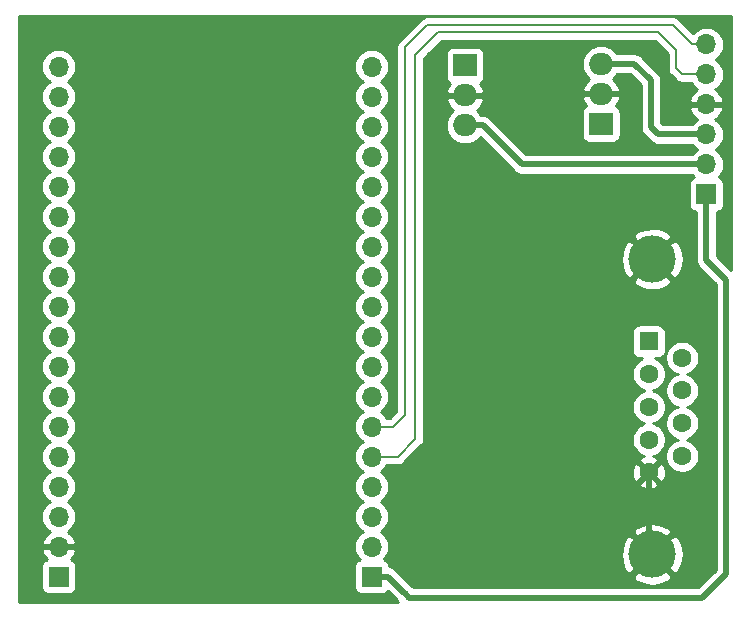
<source format=gbr>
G04 #@! TF.GenerationSoftware,KiCad,Pcbnew,5.1.4+dfsg1-1*
G04 #@! TF.CreationDate,2020-03-04T11:39:30+00:00*
G04 #@! TF.ProjectId,UaElectrex_Phase1,5561456c-6563-4747-9265-785f50686173,V0*
G04 #@! TF.SameCoordinates,Original*
G04 #@! TF.FileFunction,Copper,L2,Bot*
G04 #@! TF.FilePolarity,Positive*
%FSLAX46Y46*%
G04 Gerber Fmt 4.6, Leading zero omitted, Abs format (unit mm)*
G04 Created by KiCad (PCBNEW 5.1.4+dfsg1-1) date 2020-03-04 11:39:30*
%MOMM*%
%LPD*%
G04 APERTURE LIST*
%ADD10C,4.000000*%
%ADD11C,1.600000*%
%ADD12R,1.600000X1.600000*%
%ADD13O,1.700000X1.700000*%
%ADD14R,1.700000X1.700000*%
%ADD15R,2.000000X1.905000*%
%ADD16O,2.000000X1.905000*%
%ADD17C,0.500000*%
%ADD18C,0.200000*%
%ADD19C,0.254000*%
G04 APERTURE END LIST*
D10*
X177528500Y-90830000D03*
X177528500Y-115830000D03*
D11*
X180068500Y-107485000D03*
X180068500Y-104715000D03*
X180068500Y-101945000D03*
X180068500Y-99175000D03*
X177228500Y-108870000D03*
X177228500Y-106100000D03*
X177228500Y-103330000D03*
X177228500Y-100560000D03*
D12*
X177228500Y-97790000D03*
D13*
X127277799Y-110084999D03*
D14*
X127277799Y-117704999D03*
D13*
X127277799Y-112624999D03*
X127277799Y-115164999D03*
X127277799Y-74524999D03*
X127277799Y-89764999D03*
X127277799Y-105004999D03*
X127277799Y-87224999D03*
X127277799Y-107544999D03*
X127277799Y-82144999D03*
X127277799Y-102464999D03*
X127277799Y-77064999D03*
X127277799Y-79604999D03*
X127277799Y-97384999D03*
X127277799Y-94844999D03*
X127277799Y-92304999D03*
X127277799Y-84684999D03*
X127277799Y-99924999D03*
X153777799Y-74524999D03*
X153777799Y-77064999D03*
X153777799Y-79604999D03*
X153777799Y-82144999D03*
X153777799Y-84684999D03*
X153777799Y-87224999D03*
X153777799Y-89764999D03*
X153777799Y-92304999D03*
X153777799Y-94844999D03*
X153777799Y-97384999D03*
X153777799Y-99924999D03*
X153777799Y-102464999D03*
X153777799Y-105004999D03*
X153777799Y-107544999D03*
X153777799Y-110084999D03*
X153777799Y-112624999D03*
X153777799Y-115164999D03*
D14*
X153777799Y-117704999D03*
D15*
X173204000Y-79375000D03*
D16*
X173204000Y-76835000D03*
X173204000Y-74295000D03*
X161671000Y-79502000D03*
X161671000Y-76962000D03*
D15*
X161671000Y-74422000D03*
D13*
X182118000Y-72644000D03*
X182118000Y-75184000D03*
X182118000Y-77724000D03*
X182118000Y-80264000D03*
X182118000Y-82804000D03*
D14*
X182118000Y-85344000D03*
D17*
X176657000Y-115530000D02*
X176957000Y-115830000D01*
X177228500Y-115530000D02*
X177528500Y-115830000D01*
X177228500Y-108870000D02*
X177228500Y-115530000D01*
X182096750Y-111261750D02*
X177528500Y-115830000D01*
X177528500Y-90830000D02*
X182096750Y-95398250D01*
X182096750Y-95398250D02*
X182096750Y-111261750D01*
X182118000Y-80264000D02*
X178054000Y-80264000D01*
X178054000Y-80264000D02*
X177419000Y-79629000D01*
X177419000Y-79629000D02*
X177419000Y-75692000D01*
X176022000Y-74295000D02*
X173204000Y-74295000D01*
X177419000Y-75692000D02*
X176022000Y-74295000D01*
X166473000Y-82804000D02*
X182118000Y-82804000D01*
X163171000Y-79502000D02*
X166473000Y-82804000D01*
X161671000Y-79502000D02*
X163171000Y-79502000D01*
X182118000Y-90932000D02*
X182118000Y-85344000D01*
X181737000Y-119507000D02*
X183769000Y-117475000D01*
X183769000Y-117475000D02*
X183769000Y-92583000D01*
X155127799Y-117704999D02*
X156548800Y-119126000D01*
X183769000Y-92583000D02*
X182118000Y-90932000D01*
X153777799Y-117704999D02*
X155127799Y-117704999D01*
X156591000Y-119126000D02*
X156972000Y-119507000D01*
X156548800Y-119126000D02*
X156591000Y-119126000D01*
X156972000Y-119507000D02*
X181737000Y-119507000D01*
D18*
X153777799Y-105004999D02*
X155599001Y-105004999D01*
X156591000Y-104013000D02*
X156591000Y-102108000D01*
X155599001Y-105004999D02*
X156591000Y-104013000D01*
X156591000Y-102191798D02*
X156591000Y-102108000D01*
X156591000Y-102108000D02*
X156591000Y-72898000D01*
X180915919Y-72644000D02*
X179264919Y-70993000D01*
X182118000Y-72644000D02*
X180915919Y-72644000D01*
X156591000Y-72898000D02*
X158496000Y-70993000D01*
X158496000Y-70993000D02*
X179264919Y-70993000D01*
X179578000Y-74676000D02*
X180086000Y-75184000D01*
X179578000Y-73152000D02*
X179578000Y-74676000D01*
X178054000Y-71628000D02*
X179578000Y-73152000D01*
X155980001Y-107544999D02*
X157480000Y-106045000D01*
X157480000Y-106045000D02*
X157480000Y-73533000D01*
X153777799Y-107544999D02*
X155980001Y-107544999D01*
X159385000Y-71628000D02*
X178054000Y-71628000D01*
X180086000Y-75184000D02*
X182118000Y-75184000D01*
X157480000Y-73533000D02*
X159385000Y-71628000D01*
D19*
G36*
X184158000Y-91720422D02*
G01*
X183003000Y-90565422D01*
X183003000Y-86828625D01*
X183092482Y-86819812D01*
X183212180Y-86783502D01*
X183322494Y-86724537D01*
X183419185Y-86645185D01*
X183498537Y-86548494D01*
X183557502Y-86438180D01*
X183593812Y-86318482D01*
X183606072Y-86194000D01*
X183606072Y-84494000D01*
X183593812Y-84369518D01*
X183557502Y-84249820D01*
X183498537Y-84139506D01*
X183419185Y-84042815D01*
X183322494Y-83963463D01*
X183212180Y-83904498D01*
X183143313Y-83883607D01*
X183173134Y-83859134D01*
X183358706Y-83633014D01*
X183496599Y-83375034D01*
X183581513Y-83095111D01*
X183610185Y-82804000D01*
X183581513Y-82512889D01*
X183496599Y-82232966D01*
X183358706Y-81974986D01*
X183173134Y-81748866D01*
X182947014Y-81563294D01*
X182892209Y-81534000D01*
X182947014Y-81504706D01*
X183173134Y-81319134D01*
X183358706Y-81093014D01*
X183496599Y-80835034D01*
X183581513Y-80555111D01*
X183610185Y-80264000D01*
X183581513Y-79972889D01*
X183496599Y-79692966D01*
X183358706Y-79434986D01*
X183173134Y-79208866D01*
X182947014Y-79023294D01*
X182882477Y-78988799D01*
X182999355Y-78919178D01*
X183215588Y-78724269D01*
X183389641Y-78490920D01*
X183514825Y-78228099D01*
X183559476Y-78080890D01*
X183438155Y-77851000D01*
X182245000Y-77851000D01*
X182245000Y-77871000D01*
X181991000Y-77871000D01*
X181991000Y-77851000D01*
X180797845Y-77851000D01*
X180676524Y-78080890D01*
X180721175Y-78228099D01*
X180846359Y-78490920D01*
X181020412Y-78724269D01*
X181236645Y-78919178D01*
X181353523Y-78988799D01*
X181288986Y-79023294D01*
X181062866Y-79208866D01*
X180923241Y-79379000D01*
X178420579Y-79379000D01*
X178304000Y-79262422D01*
X178304000Y-75735465D01*
X178308281Y-75691999D01*
X178304000Y-75648533D01*
X178304000Y-75648523D01*
X178291195Y-75518510D01*
X178240589Y-75351687D01*
X178158411Y-75197941D01*
X178047817Y-75063183D01*
X178014049Y-75035470D01*
X176678534Y-73699956D01*
X176650817Y-73666183D01*
X176516059Y-73555589D01*
X176362313Y-73473411D01*
X176195490Y-73422805D01*
X176065477Y-73410000D01*
X176065469Y-73410000D01*
X176022000Y-73405719D01*
X175978531Y-73410000D01*
X174578505Y-73410000D01*
X174577845Y-73408765D01*
X174379463Y-73167037D01*
X174137735Y-72968655D01*
X173861949Y-72821245D01*
X173562704Y-72730470D01*
X173329486Y-72707500D01*
X173078514Y-72707500D01*
X172845296Y-72730470D01*
X172546051Y-72821245D01*
X172270265Y-72968655D01*
X172028537Y-73167037D01*
X171830155Y-73408765D01*
X171682745Y-73684551D01*
X171591970Y-73983796D01*
X171561319Y-74295000D01*
X171591970Y-74606204D01*
X171682745Y-74905449D01*
X171830155Y-75181235D01*
X172028537Y-75422963D01*
X172207899Y-75570163D01*
X172022685Y-75725563D01*
X171828031Y-75968077D01*
X171684429Y-76243906D01*
X171613437Y-76462020D01*
X171733406Y-76708000D01*
X173077000Y-76708000D01*
X173077000Y-76688000D01*
X173331000Y-76688000D01*
X173331000Y-76708000D01*
X174674594Y-76708000D01*
X174794563Y-76462020D01*
X174723571Y-76243906D01*
X174579969Y-75968077D01*
X174385315Y-75725563D01*
X174200101Y-75570163D01*
X174379463Y-75422963D01*
X174577845Y-75181235D01*
X174578505Y-75180000D01*
X175655422Y-75180000D01*
X176534001Y-76058580D01*
X176534000Y-79585531D01*
X176529719Y-79629000D01*
X176534000Y-79672469D01*
X176534000Y-79672476D01*
X176546805Y-79802489D01*
X176597411Y-79969312D01*
X176679589Y-80123058D01*
X176790183Y-80257817D01*
X176823956Y-80285534D01*
X177397470Y-80859049D01*
X177425183Y-80892817D01*
X177458951Y-80920530D01*
X177458953Y-80920532D01*
X177559941Y-81003411D01*
X177713686Y-81085589D01*
X177880510Y-81136195D01*
X178010523Y-81149000D01*
X178010531Y-81149000D01*
X178054000Y-81153281D01*
X178097469Y-81149000D01*
X180923241Y-81149000D01*
X181062866Y-81319134D01*
X181288986Y-81504706D01*
X181343791Y-81534000D01*
X181288986Y-81563294D01*
X181062866Y-81748866D01*
X180923241Y-81919000D01*
X166839579Y-81919000D01*
X163827534Y-78906956D01*
X163799817Y-78873183D01*
X163665059Y-78762589D01*
X163511313Y-78680411D01*
X163344490Y-78629805D01*
X163214477Y-78617000D01*
X163214469Y-78617000D01*
X163171000Y-78612719D01*
X163127531Y-78617000D01*
X163045505Y-78617000D01*
X163044845Y-78615765D01*
X162886236Y-78422500D01*
X171565928Y-78422500D01*
X171565928Y-80327500D01*
X171578188Y-80451982D01*
X171614498Y-80571680D01*
X171673463Y-80681994D01*
X171752815Y-80778685D01*
X171849506Y-80858037D01*
X171959820Y-80917002D01*
X172079518Y-80953312D01*
X172204000Y-80965572D01*
X174204000Y-80965572D01*
X174328482Y-80953312D01*
X174448180Y-80917002D01*
X174558494Y-80858037D01*
X174655185Y-80778685D01*
X174734537Y-80681994D01*
X174793502Y-80571680D01*
X174829812Y-80451982D01*
X174842072Y-80327500D01*
X174842072Y-78422500D01*
X174829812Y-78298018D01*
X174793502Y-78178320D01*
X174734537Y-78068006D01*
X174655185Y-77971315D01*
X174558494Y-77891963D01*
X174466781Y-77842941D01*
X174579969Y-77701923D01*
X174723571Y-77426094D01*
X174794563Y-77207980D01*
X174674594Y-76962000D01*
X173331000Y-76962000D01*
X173331000Y-76982000D01*
X173077000Y-76982000D01*
X173077000Y-76962000D01*
X171733406Y-76962000D01*
X171613437Y-77207980D01*
X171684429Y-77426094D01*
X171828031Y-77701923D01*
X171941219Y-77842941D01*
X171849506Y-77891963D01*
X171752815Y-77971315D01*
X171673463Y-78068006D01*
X171614498Y-78178320D01*
X171578188Y-78298018D01*
X171565928Y-78422500D01*
X162886236Y-78422500D01*
X162846463Y-78374037D01*
X162667101Y-78226837D01*
X162852315Y-78071437D01*
X163046969Y-77828923D01*
X163190571Y-77553094D01*
X163261563Y-77334980D01*
X163141594Y-77089000D01*
X161798000Y-77089000D01*
X161798000Y-77109000D01*
X161544000Y-77109000D01*
X161544000Y-77089000D01*
X160200406Y-77089000D01*
X160080437Y-77334980D01*
X160151429Y-77553094D01*
X160295031Y-77828923D01*
X160489685Y-78071437D01*
X160674899Y-78226837D01*
X160495537Y-78374037D01*
X160297155Y-78615765D01*
X160149745Y-78891551D01*
X160058970Y-79190796D01*
X160028319Y-79502000D01*
X160058970Y-79813204D01*
X160149745Y-80112449D01*
X160297155Y-80388235D01*
X160495537Y-80629963D01*
X160737265Y-80828345D01*
X161013051Y-80975755D01*
X161312296Y-81066530D01*
X161545514Y-81089500D01*
X161796486Y-81089500D01*
X162029704Y-81066530D01*
X162328949Y-80975755D01*
X162604735Y-80828345D01*
X162846463Y-80629963D01*
X162937030Y-80519608D01*
X165816470Y-83399049D01*
X165844183Y-83432817D01*
X165877951Y-83460530D01*
X165877953Y-83460532D01*
X165949452Y-83519210D01*
X165978941Y-83543411D01*
X166132687Y-83625589D01*
X166299510Y-83676195D01*
X166429523Y-83689000D01*
X166429533Y-83689000D01*
X166472999Y-83693281D01*
X166516465Y-83689000D01*
X180923241Y-83689000D01*
X181062866Y-83859134D01*
X181092687Y-83883607D01*
X181023820Y-83904498D01*
X180913506Y-83963463D01*
X180816815Y-84042815D01*
X180737463Y-84139506D01*
X180678498Y-84249820D01*
X180642188Y-84369518D01*
X180629928Y-84494000D01*
X180629928Y-86194000D01*
X180642188Y-86318482D01*
X180678498Y-86438180D01*
X180737463Y-86548494D01*
X180816815Y-86645185D01*
X180913506Y-86724537D01*
X181023820Y-86783502D01*
X181143518Y-86819812D01*
X181233001Y-86828625D01*
X181233000Y-90888531D01*
X181228719Y-90932000D01*
X181233000Y-90975469D01*
X181233000Y-90975476D01*
X181245805Y-91105489D01*
X181296411Y-91272312D01*
X181378589Y-91426058D01*
X181489183Y-91560817D01*
X181522956Y-91588534D01*
X182884001Y-92949580D01*
X182884000Y-117108421D01*
X181370422Y-118622000D01*
X157338578Y-118622000D01*
X157247534Y-118530956D01*
X157219817Y-118497183D01*
X157085059Y-118386589D01*
X157033305Y-118358926D01*
X156351878Y-117677499D01*
X175860606Y-117677499D01*
X176076728Y-118044258D01*
X176536605Y-118284938D01*
X177034598Y-118431275D01*
X177551571Y-118477648D01*
X178067659Y-118422273D01*
X178563026Y-118267279D01*
X178980272Y-118044258D01*
X179196394Y-117677499D01*
X177528500Y-116009605D01*
X175860606Y-117677499D01*
X156351878Y-117677499D01*
X155784333Y-117109955D01*
X155756616Y-117076182D01*
X155621858Y-116965588D01*
X155468112Y-116883410D01*
X155301289Y-116832804D01*
X155263317Y-116829064D01*
X155253611Y-116730517D01*
X155217301Y-116610819D01*
X155158336Y-116500505D01*
X155078984Y-116403814D01*
X154982293Y-116324462D01*
X154871979Y-116265497D01*
X154803112Y-116244606D01*
X154832933Y-116220133D01*
X155018505Y-115994013D01*
X155093839Y-115853071D01*
X174880852Y-115853071D01*
X174936227Y-116369159D01*
X175091221Y-116864526D01*
X175314242Y-117281772D01*
X175681001Y-117497894D01*
X177348895Y-115830000D01*
X177708105Y-115830000D01*
X179375999Y-117497894D01*
X179742758Y-117281772D01*
X179983438Y-116821895D01*
X180129775Y-116323902D01*
X180176148Y-115806929D01*
X180120773Y-115290841D01*
X179965779Y-114795474D01*
X179742758Y-114378228D01*
X179375999Y-114162106D01*
X177708105Y-115830000D01*
X177348895Y-115830000D01*
X175681001Y-114162106D01*
X175314242Y-114378228D01*
X175073562Y-114838105D01*
X174927225Y-115336098D01*
X174880852Y-115853071D01*
X155093839Y-115853071D01*
X155156398Y-115736033D01*
X155241312Y-115456110D01*
X155269984Y-115164999D01*
X155241312Y-114873888D01*
X155156398Y-114593965D01*
X155018505Y-114335985D01*
X154832933Y-114109865D01*
X154677740Y-113982501D01*
X175860606Y-113982501D01*
X177528500Y-115650395D01*
X179196394Y-113982501D01*
X178980272Y-113615742D01*
X178520395Y-113375062D01*
X178022402Y-113228725D01*
X177505429Y-113182352D01*
X176989341Y-113237727D01*
X176493974Y-113392721D01*
X176076728Y-113615742D01*
X175860606Y-113982501D01*
X154677740Y-113982501D01*
X154606813Y-113924293D01*
X154552008Y-113894999D01*
X154606813Y-113865705D01*
X154832933Y-113680133D01*
X155018505Y-113454013D01*
X155156398Y-113196033D01*
X155241312Y-112916110D01*
X155269984Y-112624999D01*
X155241312Y-112333888D01*
X155156398Y-112053965D01*
X155018505Y-111795985D01*
X154832933Y-111569865D01*
X154606813Y-111384293D01*
X154552008Y-111354999D01*
X154606813Y-111325705D01*
X154832933Y-111140133D01*
X155018505Y-110914013D01*
X155156398Y-110656033D01*
X155241312Y-110376110D01*
X155269984Y-110084999D01*
X155248090Y-109862702D01*
X176415403Y-109862702D01*
X176486986Y-110106671D01*
X176742496Y-110227571D01*
X177016684Y-110296300D01*
X177299012Y-110310217D01*
X177578630Y-110268787D01*
X177844792Y-110173603D01*
X177970014Y-110106671D01*
X178041597Y-109862702D01*
X177228500Y-109049605D01*
X176415403Y-109862702D01*
X155248090Y-109862702D01*
X155241312Y-109793888D01*
X155156398Y-109513965D01*
X155018505Y-109255985D01*
X154832933Y-109029865D01*
X154724057Y-108940512D01*
X175788283Y-108940512D01*
X175829713Y-109220130D01*
X175924897Y-109486292D01*
X175991829Y-109611514D01*
X176235798Y-109683097D01*
X177048895Y-108870000D01*
X177408105Y-108870000D01*
X178221202Y-109683097D01*
X178465171Y-109611514D01*
X178586071Y-109356004D01*
X178654800Y-109081816D01*
X178668717Y-108799488D01*
X178627287Y-108519870D01*
X178532103Y-108253708D01*
X178465171Y-108128486D01*
X178221202Y-108056903D01*
X177408105Y-108870000D01*
X177048895Y-108870000D01*
X176235798Y-108056903D01*
X175991829Y-108128486D01*
X175870929Y-108383996D01*
X175802200Y-108658184D01*
X175788283Y-108940512D01*
X154724057Y-108940512D01*
X154606813Y-108844293D01*
X154552008Y-108814999D01*
X154606813Y-108785705D01*
X154832933Y-108600133D01*
X155018505Y-108374013D01*
X155068756Y-108279999D01*
X155943896Y-108279999D01*
X155980001Y-108283555D01*
X156016106Y-108279999D01*
X156124086Y-108269364D01*
X156262634Y-108227336D01*
X156390321Y-108159086D01*
X156502239Y-108067237D01*
X156525259Y-108039187D01*
X157974197Y-106590250D01*
X158002237Y-106567238D01*
X158025250Y-106539197D01*
X158025253Y-106539194D01*
X158083260Y-106468512D01*
X158094087Y-106455320D01*
X158162337Y-106327633D01*
X158204365Y-106189085D01*
X158206599Y-106166400D01*
X158218556Y-106045000D01*
X158215000Y-106008895D01*
X158215000Y-96990000D01*
X175790428Y-96990000D01*
X175790428Y-98590000D01*
X175802688Y-98714482D01*
X175838998Y-98834180D01*
X175897963Y-98944494D01*
X175977315Y-99041185D01*
X176074006Y-99120537D01*
X176184320Y-99179502D01*
X176304018Y-99215812D01*
X176428500Y-99228072D01*
X176694225Y-99228072D01*
X176548773Y-99288320D01*
X176313741Y-99445363D01*
X176113863Y-99645241D01*
X175956820Y-99880273D01*
X175848647Y-100141426D01*
X175793500Y-100418665D01*
X175793500Y-100701335D01*
X175848647Y-100978574D01*
X175956820Y-101239727D01*
X176113863Y-101474759D01*
X176313741Y-101674637D01*
X176548773Y-101831680D01*
X176809926Y-101939853D01*
X176835801Y-101945000D01*
X176809926Y-101950147D01*
X176548773Y-102058320D01*
X176313741Y-102215363D01*
X176113863Y-102415241D01*
X175956820Y-102650273D01*
X175848647Y-102911426D01*
X175793500Y-103188665D01*
X175793500Y-103471335D01*
X175848647Y-103748574D01*
X175956820Y-104009727D01*
X176113863Y-104244759D01*
X176313741Y-104444637D01*
X176548773Y-104601680D01*
X176809926Y-104709853D01*
X176835801Y-104715000D01*
X176809926Y-104720147D01*
X176548773Y-104828320D01*
X176313741Y-104985363D01*
X176113863Y-105185241D01*
X175956820Y-105420273D01*
X175848647Y-105681426D01*
X175793500Y-105958665D01*
X175793500Y-106241335D01*
X175848647Y-106518574D01*
X175956820Y-106779727D01*
X176113863Y-107014759D01*
X176313741Y-107214637D01*
X176548773Y-107371680D01*
X176809926Y-107479853D01*
X176838382Y-107485513D01*
X176612208Y-107566397D01*
X176486986Y-107633329D01*
X176415403Y-107877298D01*
X177228500Y-108690395D01*
X178041597Y-107877298D01*
X177970014Y-107633329D01*
X177714504Y-107512429D01*
X177612211Y-107486788D01*
X177647074Y-107479853D01*
X177908227Y-107371680D01*
X178143259Y-107214637D01*
X178343137Y-107014759D01*
X178500180Y-106779727D01*
X178608353Y-106518574D01*
X178663500Y-106241335D01*
X178663500Y-105958665D01*
X178608353Y-105681426D01*
X178500180Y-105420273D01*
X178343137Y-105185241D01*
X178143259Y-104985363D01*
X177908227Y-104828320D01*
X177647074Y-104720147D01*
X177621199Y-104715000D01*
X177647074Y-104709853D01*
X177908227Y-104601680D01*
X178143259Y-104444637D01*
X178343137Y-104244759D01*
X178500180Y-104009727D01*
X178608353Y-103748574D01*
X178663500Y-103471335D01*
X178663500Y-103188665D01*
X178608353Y-102911426D01*
X178500180Y-102650273D01*
X178343137Y-102415241D01*
X178143259Y-102215363D01*
X177908227Y-102058320D01*
X177647074Y-101950147D01*
X177621199Y-101945000D01*
X177647074Y-101939853D01*
X177908227Y-101831680D01*
X178143259Y-101674637D01*
X178343137Y-101474759D01*
X178500180Y-101239727D01*
X178608353Y-100978574D01*
X178663500Y-100701335D01*
X178663500Y-100418665D01*
X178608353Y-100141426D01*
X178500180Y-99880273D01*
X178343137Y-99645241D01*
X178143259Y-99445363D01*
X177908227Y-99288320D01*
X177762775Y-99228072D01*
X178028500Y-99228072D01*
X178152982Y-99215812D01*
X178272680Y-99179502D01*
X178382994Y-99120537D01*
X178479685Y-99041185D01*
X178485856Y-99033665D01*
X178633500Y-99033665D01*
X178633500Y-99316335D01*
X178688647Y-99593574D01*
X178796820Y-99854727D01*
X178953863Y-100089759D01*
X179153741Y-100289637D01*
X179388773Y-100446680D01*
X179649926Y-100554853D01*
X179675801Y-100560000D01*
X179649926Y-100565147D01*
X179388773Y-100673320D01*
X179153741Y-100830363D01*
X178953863Y-101030241D01*
X178796820Y-101265273D01*
X178688647Y-101526426D01*
X178633500Y-101803665D01*
X178633500Y-102086335D01*
X178688647Y-102363574D01*
X178796820Y-102624727D01*
X178953863Y-102859759D01*
X179153741Y-103059637D01*
X179388773Y-103216680D01*
X179649926Y-103324853D01*
X179675801Y-103330000D01*
X179649926Y-103335147D01*
X179388773Y-103443320D01*
X179153741Y-103600363D01*
X178953863Y-103800241D01*
X178796820Y-104035273D01*
X178688647Y-104296426D01*
X178633500Y-104573665D01*
X178633500Y-104856335D01*
X178688647Y-105133574D01*
X178796820Y-105394727D01*
X178953863Y-105629759D01*
X179153741Y-105829637D01*
X179388773Y-105986680D01*
X179649926Y-106094853D01*
X179675801Y-106100000D01*
X179649926Y-106105147D01*
X179388773Y-106213320D01*
X179153741Y-106370363D01*
X178953863Y-106570241D01*
X178796820Y-106805273D01*
X178688647Y-107066426D01*
X178633500Y-107343665D01*
X178633500Y-107626335D01*
X178688647Y-107903574D01*
X178796820Y-108164727D01*
X178953863Y-108399759D01*
X179153741Y-108599637D01*
X179388773Y-108756680D01*
X179649926Y-108864853D01*
X179927165Y-108920000D01*
X180209835Y-108920000D01*
X180487074Y-108864853D01*
X180748227Y-108756680D01*
X180983259Y-108599637D01*
X181183137Y-108399759D01*
X181340180Y-108164727D01*
X181448353Y-107903574D01*
X181503500Y-107626335D01*
X181503500Y-107343665D01*
X181448353Y-107066426D01*
X181340180Y-106805273D01*
X181183137Y-106570241D01*
X180983259Y-106370363D01*
X180748227Y-106213320D01*
X180487074Y-106105147D01*
X180461199Y-106100000D01*
X180487074Y-106094853D01*
X180748227Y-105986680D01*
X180983259Y-105829637D01*
X181183137Y-105629759D01*
X181340180Y-105394727D01*
X181448353Y-105133574D01*
X181503500Y-104856335D01*
X181503500Y-104573665D01*
X181448353Y-104296426D01*
X181340180Y-104035273D01*
X181183137Y-103800241D01*
X180983259Y-103600363D01*
X180748227Y-103443320D01*
X180487074Y-103335147D01*
X180461199Y-103330000D01*
X180487074Y-103324853D01*
X180748227Y-103216680D01*
X180983259Y-103059637D01*
X181183137Y-102859759D01*
X181340180Y-102624727D01*
X181448353Y-102363574D01*
X181503500Y-102086335D01*
X181503500Y-101803665D01*
X181448353Y-101526426D01*
X181340180Y-101265273D01*
X181183137Y-101030241D01*
X180983259Y-100830363D01*
X180748227Y-100673320D01*
X180487074Y-100565147D01*
X180461199Y-100560000D01*
X180487074Y-100554853D01*
X180748227Y-100446680D01*
X180983259Y-100289637D01*
X181183137Y-100089759D01*
X181340180Y-99854727D01*
X181448353Y-99593574D01*
X181503500Y-99316335D01*
X181503500Y-99033665D01*
X181448353Y-98756426D01*
X181340180Y-98495273D01*
X181183137Y-98260241D01*
X180983259Y-98060363D01*
X180748227Y-97903320D01*
X180487074Y-97795147D01*
X180209835Y-97740000D01*
X179927165Y-97740000D01*
X179649926Y-97795147D01*
X179388773Y-97903320D01*
X179153741Y-98060363D01*
X178953863Y-98260241D01*
X178796820Y-98495273D01*
X178688647Y-98756426D01*
X178633500Y-99033665D01*
X178485856Y-99033665D01*
X178559037Y-98944494D01*
X178618002Y-98834180D01*
X178654312Y-98714482D01*
X178666572Y-98590000D01*
X178666572Y-96990000D01*
X178654312Y-96865518D01*
X178618002Y-96745820D01*
X178559037Y-96635506D01*
X178479685Y-96538815D01*
X178382994Y-96459463D01*
X178272680Y-96400498D01*
X178152982Y-96364188D01*
X178028500Y-96351928D01*
X176428500Y-96351928D01*
X176304018Y-96364188D01*
X176184320Y-96400498D01*
X176074006Y-96459463D01*
X175977315Y-96538815D01*
X175897963Y-96635506D01*
X175838998Y-96745820D01*
X175802688Y-96865518D01*
X175790428Y-96990000D01*
X158215000Y-96990000D01*
X158215000Y-92677499D01*
X175860606Y-92677499D01*
X176076728Y-93044258D01*
X176536605Y-93284938D01*
X177034598Y-93431275D01*
X177551571Y-93477648D01*
X178067659Y-93422273D01*
X178563026Y-93267279D01*
X178980272Y-93044258D01*
X179196394Y-92677499D01*
X177528500Y-91009605D01*
X175860606Y-92677499D01*
X158215000Y-92677499D01*
X158215000Y-90853071D01*
X174880852Y-90853071D01*
X174936227Y-91369159D01*
X175091221Y-91864526D01*
X175314242Y-92281772D01*
X175681001Y-92497894D01*
X177348895Y-90830000D01*
X177708105Y-90830000D01*
X179375999Y-92497894D01*
X179742758Y-92281772D01*
X179983438Y-91821895D01*
X180129775Y-91323902D01*
X180176148Y-90806929D01*
X180120773Y-90290841D01*
X179965779Y-89795474D01*
X179742758Y-89378228D01*
X179375999Y-89162106D01*
X177708105Y-90830000D01*
X177348895Y-90830000D01*
X175681001Y-89162106D01*
X175314242Y-89378228D01*
X175073562Y-89838105D01*
X174927225Y-90336098D01*
X174880852Y-90853071D01*
X158215000Y-90853071D01*
X158215000Y-88982501D01*
X175860606Y-88982501D01*
X177528500Y-90650395D01*
X179196394Y-88982501D01*
X178980272Y-88615742D01*
X178520395Y-88375062D01*
X178022402Y-88228725D01*
X177505429Y-88182352D01*
X176989341Y-88237727D01*
X176493974Y-88392721D01*
X176076728Y-88615742D01*
X175860606Y-88982501D01*
X158215000Y-88982501D01*
X158215000Y-73837446D01*
X158582946Y-73469500D01*
X160032928Y-73469500D01*
X160032928Y-75374500D01*
X160045188Y-75498982D01*
X160081498Y-75618680D01*
X160140463Y-75728994D01*
X160219815Y-75825685D01*
X160316506Y-75905037D01*
X160408219Y-75954059D01*
X160295031Y-76095077D01*
X160151429Y-76370906D01*
X160080437Y-76589020D01*
X160200406Y-76835000D01*
X161544000Y-76835000D01*
X161544000Y-76815000D01*
X161798000Y-76815000D01*
X161798000Y-76835000D01*
X163141594Y-76835000D01*
X163261563Y-76589020D01*
X163190571Y-76370906D01*
X163046969Y-76095077D01*
X162933781Y-75954059D01*
X163025494Y-75905037D01*
X163122185Y-75825685D01*
X163201537Y-75728994D01*
X163260502Y-75618680D01*
X163296812Y-75498982D01*
X163309072Y-75374500D01*
X163309072Y-73469500D01*
X163296812Y-73345018D01*
X163260502Y-73225320D01*
X163201537Y-73115006D01*
X163122185Y-73018315D01*
X163025494Y-72938963D01*
X162915180Y-72879998D01*
X162795482Y-72843688D01*
X162671000Y-72831428D01*
X160671000Y-72831428D01*
X160546518Y-72843688D01*
X160426820Y-72879998D01*
X160316506Y-72938963D01*
X160219815Y-73018315D01*
X160140463Y-73115006D01*
X160081498Y-73225320D01*
X160045188Y-73345018D01*
X160032928Y-73469500D01*
X158582946Y-73469500D01*
X159689447Y-72363000D01*
X177749554Y-72363000D01*
X178843000Y-73456447D01*
X178843001Y-74639885D01*
X178839444Y-74676000D01*
X178853635Y-74820085D01*
X178893831Y-74952589D01*
X178895664Y-74958633D01*
X178963914Y-75086320D01*
X179055763Y-75198238D01*
X179083808Y-75221254D01*
X179540746Y-75678192D01*
X179563762Y-75706238D01*
X179675680Y-75798087D01*
X179803367Y-75866337D01*
X179941915Y-75908365D01*
X180049895Y-75919000D01*
X180049904Y-75919000D01*
X180085999Y-75922555D01*
X180122094Y-75919000D01*
X180827043Y-75919000D01*
X180877294Y-76013014D01*
X181062866Y-76239134D01*
X181288986Y-76424706D01*
X181353523Y-76459201D01*
X181236645Y-76528822D01*
X181020412Y-76723731D01*
X180846359Y-76957080D01*
X180721175Y-77219901D01*
X180676524Y-77367110D01*
X180797845Y-77597000D01*
X181991000Y-77597000D01*
X181991000Y-77577000D01*
X182245000Y-77577000D01*
X182245000Y-77597000D01*
X183438155Y-77597000D01*
X183559476Y-77367110D01*
X183514825Y-77219901D01*
X183389641Y-76957080D01*
X183215588Y-76723731D01*
X182999355Y-76528822D01*
X182882477Y-76459201D01*
X182947014Y-76424706D01*
X183173134Y-76239134D01*
X183358706Y-76013014D01*
X183496599Y-75755034D01*
X183581513Y-75475111D01*
X183610185Y-75184000D01*
X183581513Y-74892889D01*
X183496599Y-74612966D01*
X183358706Y-74354986D01*
X183173134Y-74128866D01*
X182947014Y-73943294D01*
X182892209Y-73914000D01*
X182947014Y-73884706D01*
X183173134Y-73699134D01*
X183358706Y-73473014D01*
X183496599Y-73215034D01*
X183581513Y-72935111D01*
X183610185Y-72644000D01*
X183581513Y-72352889D01*
X183496599Y-72072966D01*
X183358706Y-71814986D01*
X183173134Y-71588866D01*
X182947014Y-71403294D01*
X182689034Y-71265401D01*
X182409111Y-71180487D01*
X182190950Y-71159000D01*
X182045050Y-71159000D01*
X181826889Y-71180487D01*
X181546966Y-71265401D01*
X181288986Y-71403294D01*
X181062866Y-71588866D01*
X180989558Y-71678192D01*
X179810177Y-70498812D01*
X179787157Y-70470762D01*
X179675239Y-70378913D01*
X179547552Y-70310663D01*
X179409004Y-70268635D01*
X179301024Y-70258000D01*
X179264919Y-70254444D01*
X179228814Y-70258000D01*
X158532105Y-70258000D01*
X158496000Y-70254444D01*
X158459895Y-70258000D01*
X158351915Y-70268635D01*
X158213367Y-70310663D01*
X158085680Y-70378913D01*
X157973762Y-70470762D01*
X157950746Y-70498807D01*
X156096808Y-72352746D01*
X156068763Y-72375762D01*
X155976914Y-72487680D01*
X155950064Y-72537913D01*
X155908664Y-72615367D01*
X155866635Y-72753915D01*
X155852444Y-72898000D01*
X155856001Y-72934115D01*
X155856000Y-102071895D01*
X155856000Y-102227902D01*
X155856001Y-102227911D01*
X155856000Y-103708553D01*
X155294555Y-104269999D01*
X155068756Y-104269999D01*
X155018505Y-104175985D01*
X154832933Y-103949865D01*
X154606813Y-103764293D01*
X154552008Y-103734999D01*
X154606813Y-103705705D01*
X154832933Y-103520133D01*
X155018505Y-103294013D01*
X155156398Y-103036033D01*
X155241312Y-102756110D01*
X155269984Y-102464999D01*
X155241312Y-102173888D01*
X155156398Y-101893965D01*
X155018505Y-101635985D01*
X154832933Y-101409865D01*
X154606813Y-101224293D01*
X154552008Y-101194999D01*
X154606813Y-101165705D01*
X154832933Y-100980133D01*
X155018505Y-100754013D01*
X155156398Y-100496033D01*
X155241312Y-100216110D01*
X155269984Y-99924999D01*
X155241312Y-99633888D01*
X155156398Y-99353965D01*
X155018505Y-99095985D01*
X154832933Y-98869865D01*
X154606813Y-98684293D01*
X154552008Y-98654999D01*
X154606813Y-98625705D01*
X154832933Y-98440133D01*
X155018505Y-98214013D01*
X155156398Y-97956033D01*
X155241312Y-97676110D01*
X155269984Y-97384999D01*
X155241312Y-97093888D01*
X155156398Y-96813965D01*
X155018505Y-96555985D01*
X154832933Y-96329865D01*
X154606813Y-96144293D01*
X154552008Y-96114999D01*
X154606813Y-96085705D01*
X154832933Y-95900133D01*
X155018505Y-95674013D01*
X155156398Y-95416033D01*
X155241312Y-95136110D01*
X155269984Y-94844999D01*
X155241312Y-94553888D01*
X155156398Y-94273965D01*
X155018505Y-94015985D01*
X154832933Y-93789865D01*
X154606813Y-93604293D01*
X154552008Y-93574999D01*
X154606813Y-93545705D01*
X154832933Y-93360133D01*
X155018505Y-93134013D01*
X155156398Y-92876033D01*
X155241312Y-92596110D01*
X155269984Y-92304999D01*
X155241312Y-92013888D01*
X155156398Y-91733965D01*
X155018505Y-91475985D01*
X154832933Y-91249865D01*
X154606813Y-91064293D01*
X154552008Y-91034999D01*
X154606813Y-91005705D01*
X154832933Y-90820133D01*
X155018505Y-90594013D01*
X155156398Y-90336033D01*
X155241312Y-90056110D01*
X155269984Y-89764999D01*
X155241312Y-89473888D01*
X155156398Y-89193965D01*
X155018505Y-88935985D01*
X154832933Y-88709865D01*
X154606813Y-88524293D01*
X154552008Y-88494999D01*
X154606813Y-88465705D01*
X154832933Y-88280133D01*
X155018505Y-88054013D01*
X155156398Y-87796033D01*
X155241312Y-87516110D01*
X155269984Y-87224999D01*
X155241312Y-86933888D01*
X155156398Y-86653965D01*
X155018505Y-86395985D01*
X154832933Y-86169865D01*
X154606813Y-85984293D01*
X154552008Y-85954999D01*
X154606813Y-85925705D01*
X154832933Y-85740133D01*
X155018505Y-85514013D01*
X155156398Y-85256033D01*
X155241312Y-84976110D01*
X155269984Y-84684999D01*
X155241312Y-84393888D01*
X155156398Y-84113965D01*
X155018505Y-83855985D01*
X154832933Y-83629865D01*
X154606813Y-83444293D01*
X154552008Y-83414999D01*
X154606813Y-83385705D01*
X154832933Y-83200133D01*
X155018505Y-82974013D01*
X155156398Y-82716033D01*
X155241312Y-82436110D01*
X155269984Y-82144999D01*
X155241312Y-81853888D01*
X155156398Y-81573965D01*
X155018505Y-81315985D01*
X154832933Y-81089865D01*
X154606813Y-80904293D01*
X154552008Y-80874999D01*
X154606813Y-80845705D01*
X154832933Y-80660133D01*
X155018505Y-80434013D01*
X155156398Y-80176033D01*
X155241312Y-79896110D01*
X155269984Y-79604999D01*
X155241312Y-79313888D01*
X155156398Y-79033965D01*
X155018505Y-78775985D01*
X154832933Y-78549865D01*
X154606813Y-78364293D01*
X154552008Y-78334999D01*
X154606813Y-78305705D01*
X154832933Y-78120133D01*
X155018505Y-77894013D01*
X155156398Y-77636033D01*
X155241312Y-77356110D01*
X155269984Y-77064999D01*
X155241312Y-76773888D01*
X155156398Y-76493965D01*
X155018505Y-76235985D01*
X154832933Y-76009865D01*
X154606813Y-75824293D01*
X154552008Y-75794999D01*
X154606813Y-75765705D01*
X154832933Y-75580133D01*
X155018505Y-75354013D01*
X155156398Y-75096033D01*
X155241312Y-74816110D01*
X155269984Y-74524999D01*
X155241312Y-74233888D01*
X155156398Y-73953965D01*
X155018505Y-73695985D01*
X154832933Y-73469865D01*
X154606813Y-73284293D01*
X154348833Y-73146400D01*
X154068910Y-73061486D01*
X153850749Y-73039999D01*
X153704849Y-73039999D01*
X153486688Y-73061486D01*
X153206765Y-73146400D01*
X152948785Y-73284293D01*
X152722665Y-73469865D01*
X152537093Y-73695985D01*
X152399200Y-73953965D01*
X152314286Y-74233888D01*
X152285614Y-74524999D01*
X152314286Y-74816110D01*
X152399200Y-75096033D01*
X152537093Y-75354013D01*
X152722665Y-75580133D01*
X152948785Y-75765705D01*
X153003590Y-75794999D01*
X152948785Y-75824293D01*
X152722665Y-76009865D01*
X152537093Y-76235985D01*
X152399200Y-76493965D01*
X152314286Y-76773888D01*
X152285614Y-77064999D01*
X152314286Y-77356110D01*
X152399200Y-77636033D01*
X152537093Y-77894013D01*
X152722665Y-78120133D01*
X152948785Y-78305705D01*
X153003590Y-78334999D01*
X152948785Y-78364293D01*
X152722665Y-78549865D01*
X152537093Y-78775985D01*
X152399200Y-79033965D01*
X152314286Y-79313888D01*
X152285614Y-79604999D01*
X152314286Y-79896110D01*
X152399200Y-80176033D01*
X152537093Y-80434013D01*
X152722665Y-80660133D01*
X152948785Y-80845705D01*
X153003590Y-80874999D01*
X152948785Y-80904293D01*
X152722665Y-81089865D01*
X152537093Y-81315985D01*
X152399200Y-81573965D01*
X152314286Y-81853888D01*
X152285614Y-82144999D01*
X152314286Y-82436110D01*
X152399200Y-82716033D01*
X152537093Y-82974013D01*
X152722665Y-83200133D01*
X152948785Y-83385705D01*
X153003590Y-83414999D01*
X152948785Y-83444293D01*
X152722665Y-83629865D01*
X152537093Y-83855985D01*
X152399200Y-84113965D01*
X152314286Y-84393888D01*
X152285614Y-84684999D01*
X152314286Y-84976110D01*
X152399200Y-85256033D01*
X152537093Y-85514013D01*
X152722665Y-85740133D01*
X152948785Y-85925705D01*
X153003590Y-85954999D01*
X152948785Y-85984293D01*
X152722665Y-86169865D01*
X152537093Y-86395985D01*
X152399200Y-86653965D01*
X152314286Y-86933888D01*
X152285614Y-87224999D01*
X152314286Y-87516110D01*
X152399200Y-87796033D01*
X152537093Y-88054013D01*
X152722665Y-88280133D01*
X152948785Y-88465705D01*
X153003590Y-88494999D01*
X152948785Y-88524293D01*
X152722665Y-88709865D01*
X152537093Y-88935985D01*
X152399200Y-89193965D01*
X152314286Y-89473888D01*
X152285614Y-89764999D01*
X152314286Y-90056110D01*
X152399200Y-90336033D01*
X152537093Y-90594013D01*
X152722665Y-90820133D01*
X152948785Y-91005705D01*
X153003590Y-91034999D01*
X152948785Y-91064293D01*
X152722665Y-91249865D01*
X152537093Y-91475985D01*
X152399200Y-91733965D01*
X152314286Y-92013888D01*
X152285614Y-92304999D01*
X152314286Y-92596110D01*
X152399200Y-92876033D01*
X152537093Y-93134013D01*
X152722665Y-93360133D01*
X152948785Y-93545705D01*
X153003590Y-93574999D01*
X152948785Y-93604293D01*
X152722665Y-93789865D01*
X152537093Y-94015985D01*
X152399200Y-94273965D01*
X152314286Y-94553888D01*
X152285614Y-94844999D01*
X152314286Y-95136110D01*
X152399200Y-95416033D01*
X152537093Y-95674013D01*
X152722665Y-95900133D01*
X152948785Y-96085705D01*
X153003590Y-96114999D01*
X152948785Y-96144293D01*
X152722665Y-96329865D01*
X152537093Y-96555985D01*
X152399200Y-96813965D01*
X152314286Y-97093888D01*
X152285614Y-97384999D01*
X152314286Y-97676110D01*
X152399200Y-97956033D01*
X152537093Y-98214013D01*
X152722665Y-98440133D01*
X152948785Y-98625705D01*
X153003590Y-98654999D01*
X152948785Y-98684293D01*
X152722665Y-98869865D01*
X152537093Y-99095985D01*
X152399200Y-99353965D01*
X152314286Y-99633888D01*
X152285614Y-99924999D01*
X152314286Y-100216110D01*
X152399200Y-100496033D01*
X152537093Y-100754013D01*
X152722665Y-100980133D01*
X152948785Y-101165705D01*
X153003590Y-101194999D01*
X152948785Y-101224293D01*
X152722665Y-101409865D01*
X152537093Y-101635985D01*
X152399200Y-101893965D01*
X152314286Y-102173888D01*
X152285614Y-102464999D01*
X152314286Y-102756110D01*
X152399200Y-103036033D01*
X152537093Y-103294013D01*
X152722665Y-103520133D01*
X152948785Y-103705705D01*
X153003590Y-103734999D01*
X152948785Y-103764293D01*
X152722665Y-103949865D01*
X152537093Y-104175985D01*
X152399200Y-104433965D01*
X152314286Y-104713888D01*
X152285614Y-105004999D01*
X152314286Y-105296110D01*
X152399200Y-105576033D01*
X152537093Y-105834013D01*
X152722665Y-106060133D01*
X152948785Y-106245705D01*
X153003590Y-106274999D01*
X152948785Y-106304293D01*
X152722665Y-106489865D01*
X152537093Y-106715985D01*
X152399200Y-106973965D01*
X152314286Y-107253888D01*
X152285614Y-107544999D01*
X152314286Y-107836110D01*
X152399200Y-108116033D01*
X152537093Y-108374013D01*
X152722665Y-108600133D01*
X152948785Y-108785705D01*
X153003590Y-108814999D01*
X152948785Y-108844293D01*
X152722665Y-109029865D01*
X152537093Y-109255985D01*
X152399200Y-109513965D01*
X152314286Y-109793888D01*
X152285614Y-110084999D01*
X152314286Y-110376110D01*
X152399200Y-110656033D01*
X152537093Y-110914013D01*
X152722665Y-111140133D01*
X152948785Y-111325705D01*
X153003590Y-111354999D01*
X152948785Y-111384293D01*
X152722665Y-111569865D01*
X152537093Y-111795985D01*
X152399200Y-112053965D01*
X152314286Y-112333888D01*
X152285614Y-112624999D01*
X152314286Y-112916110D01*
X152399200Y-113196033D01*
X152537093Y-113454013D01*
X152722665Y-113680133D01*
X152948785Y-113865705D01*
X153003590Y-113894999D01*
X152948785Y-113924293D01*
X152722665Y-114109865D01*
X152537093Y-114335985D01*
X152399200Y-114593965D01*
X152314286Y-114873888D01*
X152285614Y-115164999D01*
X152314286Y-115456110D01*
X152399200Y-115736033D01*
X152537093Y-115994013D01*
X152722665Y-116220133D01*
X152752486Y-116244606D01*
X152683619Y-116265497D01*
X152573305Y-116324462D01*
X152476614Y-116403814D01*
X152397262Y-116500505D01*
X152338297Y-116610819D01*
X152301987Y-116730517D01*
X152289727Y-116854999D01*
X152289727Y-118554999D01*
X152301987Y-118679481D01*
X152338297Y-118799179D01*
X152397262Y-118909493D01*
X152476614Y-119006184D01*
X152573305Y-119085536D01*
X152683619Y-119144501D01*
X152803317Y-119180811D01*
X152927799Y-119193071D01*
X154627799Y-119193071D01*
X154752281Y-119180811D01*
X154871979Y-119144501D01*
X154982293Y-119085536D01*
X155078984Y-119006184D01*
X155123348Y-118952126D01*
X155892270Y-119721049D01*
X155919983Y-119754817D01*
X155953751Y-119782530D01*
X155953753Y-119782532D01*
X156014639Y-119832500D01*
X123944000Y-119832500D01*
X123944000Y-116854999D01*
X125789727Y-116854999D01*
X125789727Y-118554999D01*
X125801987Y-118679481D01*
X125838297Y-118799179D01*
X125897262Y-118909493D01*
X125976614Y-119006184D01*
X126073305Y-119085536D01*
X126183619Y-119144501D01*
X126303317Y-119180811D01*
X126427799Y-119193071D01*
X128127799Y-119193071D01*
X128252281Y-119180811D01*
X128371979Y-119144501D01*
X128482293Y-119085536D01*
X128578984Y-119006184D01*
X128658336Y-118909493D01*
X128717301Y-118799179D01*
X128753611Y-118679481D01*
X128765871Y-118554999D01*
X128765871Y-116854999D01*
X128753611Y-116730517D01*
X128717301Y-116610819D01*
X128658336Y-116500505D01*
X128578984Y-116403814D01*
X128482293Y-116324462D01*
X128371979Y-116265497D01*
X128291333Y-116241033D01*
X128375387Y-116165268D01*
X128549440Y-115931919D01*
X128674624Y-115669098D01*
X128719275Y-115521889D01*
X128597954Y-115291999D01*
X127404799Y-115291999D01*
X127404799Y-115311999D01*
X127150799Y-115311999D01*
X127150799Y-115291999D01*
X125957644Y-115291999D01*
X125836323Y-115521889D01*
X125880974Y-115669098D01*
X126006158Y-115931919D01*
X126180211Y-116165268D01*
X126264265Y-116241033D01*
X126183619Y-116265497D01*
X126073305Y-116324462D01*
X125976614Y-116403814D01*
X125897262Y-116500505D01*
X125838297Y-116610819D01*
X125801987Y-116730517D01*
X125789727Y-116854999D01*
X123944000Y-116854999D01*
X123944000Y-74524999D01*
X125785614Y-74524999D01*
X125814286Y-74816110D01*
X125899200Y-75096033D01*
X126037093Y-75354013D01*
X126222665Y-75580133D01*
X126448785Y-75765705D01*
X126503590Y-75794999D01*
X126448785Y-75824293D01*
X126222665Y-76009865D01*
X126037093Y-76235985D01*
X125899200Y-76493965D01*
X125814286Y-76773888D01*
X125785614Y-77064999D01*
X125814286Y-77356110D01*
X125899200Y-77636033D01*
X126037093Y-77894013D01*
X126222665Y-78120133D01*
X126448785Y-78305705D01*
X126503590Y-78334999D01*
X126448785Y-78364293D01*
X126222665Y-78549865D01*
X126037093Y-78775985D01*
X125899200Y-79033965D01*
X125814286Y-79313888D01*
X125785614Y-79604999D01*
X125814286Y-79896110D01*
X125899200Y-80176033D01*
X126037093Y-80434013D01*
X126222665Y-80660133D01*
X126448785Y-80845705D01*
X126503590Y-80874999D01*
X126448785Y-80904293D01*
X126222665Y-81089865D01*
X126037093Y-81315985D01*
X125899200Y-81573965D01*
X125814286Y-81853888D01*
X125785614Y-82144999D01*
X125814286Y-82436110D01*
X125899200Y-82716033D01*
X126037093Y-82974013D01*
X126222665Y-83200133D01*
X126448785Y-83385705D01*
X126503590Y-83414999D01*
X126448785Y-83444293D01*
X126222665Y-83629865D01*
X126037093Y-83855985D01*
X125899200Y-84113965D01*
X125814286Y-84393888D01*
X125785614Y-84684999D01*
X125814286Y-84976110D01*
X125899200Y-85256033D01*
X126037093Y-85514013D01*
X126222665Y-85740133D01*
X126448785Y-85925705D01*
X126503590Y-85954999D01*
X126448785Y-85984293D01*
X126222665Y-86169865D01*
X126037093Y-86395985D01*
X125899200Y-86653965D01*
X125814286Y-86933888D01*
X125785614Y-87224999D01*
X125814286Y-87516110D01*
X125899200Y-87796033D01*
X126037093Y-88054013D01*
X126222665Y-88280133D01*
X126448785Y-88465705D01*
X126503590Y-88494999D01*
X126448785Y-88524293D01*
X126222665Y-88709865D01*
X126037093Y-88935985D01*
X125899200Y-89193965D01*
X125814286Y-89473888D01*
X125785614Y-89764999D01*
X125814286Y-90056110D01*
X125899200Y-90336033D01*
X126037093Y-90594013D01*
X126222665Y-90820133D01*
X126448785Y-91005705D01*
X126503590Y-91034999D01*
X126448785Y-91064293D01*
X126222665Y-91249865D01*
X126037093Y-91475985D01*
X125899200Y-91733965D01*
X125814286Y-92013888D01*
X125785614Y-92304999D01*
X125814286Y-92596110D01*
X125899200Y-92876033D01*
X126037093Y-93134013D01*
X126222665Y-93360133D01*
X126448785Y-93545705D01*
X126503590Y-93574999D01*
X126448785Y-93604293D01*
X126222665Y-93789865D01*
X126037093Y-94015985D01*
X125899200Y-94273965D01*
X125814286Y-94553888D01*
X125785614Y-94844999D01*
X125814286Y-95136110D01*
X125899200Y-95416033D01*
X126037093Y-95674013D01*
X126222665Y-95900133D01*
X126448785Y-96085705D01*
X126503590Y-96114999D01*
X126448785Y-96144293D01*
X126222665Y-96329865D01*
X126037093Y-96555985D01*
X125899200Y-96813965D01*
X125814286Y-97093888D01*
X125785614Y-97384999D01*
X125814286Y-97676110D01*
X125899200Y-97956033D01*
X126037093Y-98214013D01*
X126222665Y-98440133D01*
X126448785Y-98625705D01*
X126503590Y-98654999D01*
X126448785Y-98684293D01*
X126222665Y-98869865D01*
X126037093Y-99095985D01*
X125899200Y-99353965D01*
X125814286Y-99633888D01*
X125785614Y-99924999D01*
X125814286Y-100216110D01*
X125899200Y-100496033D01*
X126037093Y-100754013D01*
X126222665Y-100980133D01*
X126448785Y-101165705D01*
X126503590Y-101194999D01*
X126448785Y-101224293D01*
X126222665Y-101409865D01*
X126037093Y-101635985D01*
X125899200Y-101893965D01*
X125814286Y-102173888D01*
X125785614Y-102464999D01*
X125814286Y-102756110D01*
X125899200Y-103036033D01*
X126037093Y-103294013D01*
X126222665Y-103520133D01*
X126448785Y-103705705D01*
X126503590Y-103734999D01*
X126448785Y-103764293D01*
X126222665Y-103949865D01*
X126037093Y-104175985D01*
X125899200Y-104433965D01*
X125814286Y-104713888D01*
X125785614Y-105004999D01*
X125814286Y-105296110D01*
X125899200Y-105576033D01*
X126037093Y-105834013D01*
X126222665Y-106060133D01*
X126448785Y-106245705D01*
X126503590Y-106274999D01*
X126448785Y-106304293D01*
X126222665Y-106489865D01*
X126037093Y-106715985D01*
X125899200Y-106973965D01*
X125814286Y-107253888D01*
X125785614Y-107544999D01*
X125814286Y-107836110D01*
X125899200Y-108116033D01*
X126037093Y-108374013D01*
X126222665Y-108600133D01*
X126448785Y-108785705D01*
X126503590Y-108814999D01*
X126448785Y-108844293D01*
X126222665Y-109029865D01*
X126037093Y-109255985D01*
X125899200Y-109513965D01*
X125814286Y-109793888D01*
X125785614Y-110084999D01*
X125814286Y-110376110D01*
X125899200Y-110656033D01*
X126037093Y-110914013D01*
X126222665Y-111140133D01*
X126448785Y-111325705D01*
X126503590Y-111354999D01*
X126448785Y-111384293D01*
X126222665Y-111569865D01*
X126037093Y-111795985D01*
X125899200Y-112053965D01*
X125814286Y-112333888D01*
X125785614Y-112624999D01*
X125814286Y-112916110D01*
X125899200Y-113196033D01*
X126037093Y-113454013D01*
X126222665Y-113680133D01*
X126448785Y-113865705D01*
X126513322Y-113900200D01*
X126396444Y-113969821D01*
X126180211Y-114164730D01*
X126006158Y-114398079D01*
X125880974Y-114660900D01*
X125836323Y-114808109D01*
X125957644Y-115037999D01*
X127150799Y-115037999D01*
X127150799Y-115017999D01*
X127404799Y-115017999D01*
X127404799Y-115037999D01*
X128597954Y-115037999D01*
X128719275Y-114808109D01*
X128674624Y-114660900D01*
X128549440Y-114398079D01*
X128375387Y-114164730D01*
X128159154Y-113969821D01*
X128042276Y-113900200D01*
X128106813Y-113865705D01*
X128332933Y-113680133D01*
X128518505Y-113454013D01*
X128656398Y-113196033D01*
X128741312Y-112916110D01*
X128769984Y-112624999D01*
X128741312Y-112333888D01*
X128656398Y-112053965D01*
X128518505Y-111795985D01*
X128332933Y-111569865D01*
X128106813Y-111384293D01*
X128052008Y-111354999D01*
X128106813Y-111325705D01*
X128332933Y-111140133D01*
X128518505Y-110914013D01*
X128656398Y-110656033D01*
X128741312Y-110376110D01*
X128769984Y-110084999D01*
X128741312Y-109793888D01*
X128656398Y-109513965D01*
X128518505Y-109255985D01*
X128332933Y-109029865D01*
X128106813Y-108844293D01*
X128052008Y-108814999D01*
X128106813Y-108785705D01*
X128332933Y-108600133D01*
X128518505Y-108374013D01*
X128656398Y-108116033D01*
X128741312Y-107836110D01*
X128769984Y-107544999D01*
X128741312Y-107253888D01*
X128656398Y-106973965D01*
X128518505Y-106715985D01*
X128332933Y-106489865D01*
X128106813Y-106304293D01*
X128052008Y-106274999D01*
X128106813Y-106245705D01*
X128332933Y-106060133D01*
X128518505Y-105834013D01*
X128656398Y-105576033D01*
X128741312Y-105296110D01*
X128769984Y-105004999D01*
X128741312Y-104713888D01*
X128656398Y-104433965D01*
X128518505Y-104175985D01*
X128332933Y-103949865D01*
X128106813Y-103764293D01*
X128052008Y-103734999D01*
X128106813Y-103705705D01*
X128332933Y-103520133D01*
X128518505Y-103294013D01*
X128656398Y-103036033D01*
X128741312Y-102756110D01*
X128769984Y-102464999D01*
X128741312Y-102173888D01*
X128656398Y-101893965D01*
X128518505Y-101635985D01*
X128332933Y-101409865D01*
X128106813Y-101224293D01*
X128052008Y-101194999D01*
X128106813Y-101165705D01*
X128332933Y-100980133D01*
X128518505Y-100754013D01*
X128656398Y-100496033D01*
X128741312Y-100216110D01*
X128769984Y-99924999D01*
X128741312Y-99633888D01*
X128656398Y-99353965D01*
X128518505Y-99095985D01*
X128332933Y-98869865D01*
X128106813Y-98684293D01*
X128052008Y-98654999D01*
X128106813Y-98625705D01*
X128332933Y-98440133D01*
X128518505Y-98214013D01*
X128656398Y-97956033D01*
X128741312Y-97676110D01*
X128769984Y-97384999D01*
X128741312Y-97093888D01*
X128656398Y-96813965D01*
X128518505Y-96555985D01*
X128332933Y-96329865D01*
X128106813Y-96144293D01*
X128052008Y-96114999D01*
X128106813Y-96085705D01*
X128332933Y-95900133D01*
X128518505Y-95674013D01*
X128656398Y-95416033D01*
X128741312Y-95136110D01*
X128769984Y-94844999D01*
X128741312Y-94553888D01*
X128656398Y-94273965D01*
X128518505Y-94015985D01*
X128332933Y-93789865D01*
X128106813Y-93604293D01*
X128052008Y-93574999D01*
X128106813Y-93545705D01*
X128332933Y-93360133D01*
X128518505Y-93134013D01*
X128656398Y-92876033D01*
X128741312Y-92596110D01*
X128769984Y-92304999D01*
X128741312Y-92013888D01*
X128656398Y-91733965D01*
X128518505Y-91475985D01*
X128332933Y-91249865D01*
X128106813Y-91064293D01*
X128052008Y-91034999D01*
X128106813Y-91005705D01*
X128332933Y-90820133D01*
X128518505Y-90594013D01*
X128656398Y-90336033D01*
X128741312Y-90056110D01*
X128769984Y-89764999D01*
X128741312Y-89473888D01*
X128656398Y-89193965D01*
X128518505Y-88935985D01*
X128332933Y-88709865D01*
X128106813Y-88524293D01*
X128052008Y-88494999D01*
X128106813Y-88465705D01*
X128332933Y-88280133D01*
X128518505Y-88054013D01*
X128656398Y-87796033D01*
X128741312Y-87516110D01*
X128769984Y-87224999D01*
X128741312Y-86933888D01*
X128656398Y-86653965D01*
X128518505Y-86395985D01*
X128332933Y-86169865D01*
X128106813Y-85984293D01*
X128052008Y-85954999D01*
X128106813Y-85925705D01*
X128332933Y-85740133D01*
X128518505Y-85514013D01*
X128656398Y-85256033D01*
X128741312Y-84976110D01*
X128769984Y-84684999D01*
X128741312Y-84393888D01*
X128656398Y-84113965D01*
X128518505Y-83855985D01*
X128332933Y-83629865D01*
X128106813Y-83444293D01*
X128052008Y-83414999D01*
X128106813Y-83385705D01*
X128332933Y-83200133D01*
X128518505Y-82974013D01*
X128656398Y-82716033D01*
X128741312Y-82436110D01*
X128769984Y-82144999D01*
X128741312Y-81853888D01*
X128656398Y-81573965D01*
X128518505Y-81315985D01*
X128332933Y-81089865D01*
X128106813Y-80904293D01*
X128052008Y-80874999D01*
X128106813Y-80845705D01*
X128332933Y-80660133D01*
X128518505Y-80434013D01*
X128656398Y-80176033D01*
X128741312Y-79896110D01*
X128769984Y-79604999D01*
X128741312Y-79313888D01*
X128656398Y-79033965D01*
X128518505Y-78775985D01*
X128332933Y-78549865D01*
X128106813Y-78364293D01*
X128052008Y-78334999D01*
X128106813Y-78305705D01*
X128332933Y-78120133D01*
X128518505Y-77894013D01*
X128656398Y-77636033D01*
X128741312Y-77356110D01*
X128769984Y-77064999D01*
X128741312Y-76773888D01*
X128656398Y-76493965D01*
X128518505Y-76235985D01*
X128332933Y-76009865D01*
X128106813Y-75824293D01*
X128052008Y-75794999D01*
X128106813Y-75765705D01*
X128332933Y-75580133D01*
X128518505Y-75354013D01*
X128656398Y-75096033D01*
X128741312Y-74816110D01*
X128769984Y-74524999D01*
X128741312Y-74233888D01*
X128656398Y-73953965D01*
X128518505Y-73695985D01*
X128332933Y-73469865D01*
X128106813Y-73284293D01*
X127848833Y-73146400D01*
X127568910Y-73061486D01*
X127350749Y-73039999D01*
X127204849Y-73039999D01*
X126986688Y-73061486D01*
X126706765Y-73146400D01*
X126448785Y-73284293D01*
X126222665Y-73469865D01*
X126037093Y-73695985D01*
X125899200Y-73953965D01*
X125814286Y-74233888D01*
X125785614Y-74524999D01*
X123944000Y-74524999D01*
X123944000Y-70223000D01*
X184158000Y-70223000D01*
X184158000Y-91720422D01*
X184158000Y-91720422D01*
G37*
X184158000Y-91720422D02*
X183003000Y-90565422D01*
X183003000Y-86828625D01*
X183092482Y-86819812D01*
X183212180Y-86783502D01*
X183322494Y-86724537D01*
X183419185Y-86645185D01*
X183498537Y-86548494D01*
X183557502Y-86438180D01*
X183593812Y-86318482D01*
X183606072Y-86194000D01*
X183606072Y-84494000D01*
X183593812Y-84369518D01*
X183557502Y-84249820D01*
X183498537Y-84139506D01*
X183419185Y-84042815D01*
X183322494Y-83963463D01*
X183212180Y-83904498D01*
X183143313Y-83883607D01*
X183173134Y-83859134D01*
X183358706Y-83633014D01*
X183496599Y-83375034D01*
X183581513Y-83095111D01*
X183610185Y-82804000D01*
X183581513Y-82512889D01*
X183496599Y-82232966D01*
X183358706Y-81974986D01*
X183173134Y-81748866D01*
X182947014Y-81563294D01*
X182892209Y-81534000D01*
X182947014Y-81504706D01*
X183173134Y-81319134D01*
X183358706Y-81093014D01*
X183496599Y-80835034D01*
X183581513Y-80555111D01*
X183610185Y-80264000D01*
X183581513Y-79972889D01*
X183496599Y-79692966D01*
X183358706Y-79434986D01*
X183173134Y-79208866D01*
X182947014Y-79023294D01*
X182882477Y-78988799D01*
X182999355Y-78919178D01*
X183215588Y-78724269D01*
X183389641Y-78490920D01*
X183514825Y-78228099D01*
X183559476Y-78080890D01*
X183438155Y-77851000D01*
X182245000Y-77851000D01*
X182245000Y-77871000D01*
X181991000Y-77871000D01*
X181991000Y-77851000D01*
X180797845Y-77851000D01*
X180676524Y-78080890D01*
X180721175Y-78228099D01*
X180846359Y-78490920D01*
X181020412Y-78724269D01*
X181236645Y-78919178D01*
X181353523Y-78988799D01*
X181288986Y-79023294D01*
X181062866Y-79208866D01*
X180923241Y-79379000D01*
X178420579Y-79379000D01*
X178304000Y-79262422D01*
X178304000Y-75735465D01*
X178308281Y-75691999D01*
X178304000Y-75648533D01*
X178304000Y-75648523D01*
X178291195Y-75518510D01*
X178240589Y-75351687D01*
X178158411Y-75197941D01*
X178047817Y-75063183D01*
X178014049Y-75035470D01*
X176678534Y-73699956D01*
X176650817Y-73666183D01*
X176516059Y-73555589D01*
X176362313Y-73473411D01*
X176195490Y-73422805D01*
X176065477Y-73410000D01*
X176065469Y-73410000D01*
X176022000Y-73405719D01*
X175978531Y-73410000D01*
X174578505Y-73410000D01*
X174577845Y-73408765D01*
X174379463Y-73167037D01*
X174137735Y-72968655D01*
X173861949Y-72821245D01*
X173562704Y-72730470D01*
X173329486Y-72707500D01*
X173078514Y-72707500D01*
X172845296Y-72730470D01*
X172546051Y-72821245D01*
X172270265Y-72968655D01*
X172028537Y-73167037D01*
X171830155Y-73408765D01*
X171682745Y-73684551D01*
X171591970Y-73983796D01*
X171561319Y-74295000D01*
X171591970Y-74606204D01*
X171682745Y-74905449D01*
X171830155Y-75181235D01*
X172028537Y-75422963D01*
X172207899Y-75570163D01*
X172022685Y-75725563D01*
X171828031Y-75968077D01*
X171684429Y-76243906D01*
X171613437Y-76462020D01*
X171733406Y-76708000D01*
X173077000Y-76708000D01*
X173077000Y-76688000D01*
X173331000Y-76688000D01*
X173331000Y-76708000D01*
X174674594Y-76708000D01*
X174794563Y-76462020D01*
X174723571Y-76243906D01*
X174579969Y-75968077D01*
X174385315Y-75725563D01*
X174200101Y-75570163D01*
X174379463Y-75422963D01*
X174577845Y-75181235D01*
X174578505Y-75180000D01*
X175655422Y-75180000D01*
X176534001Y-76058580D01*
X176534000Y-79585531D01*
X176529719Y-79629000D01*
X176534000Y-79672469D01*
X176534000Y-79672476D01*
X176546805Y-79802489D01*
X176597411Y-79969312D01*
X176679589Y-80123058D01*
X176790183Y-80257817D01*
X176823956Y-80285534D01*
X177397470Y-80859049D01*
X177425183Y-80892817D01*
X177458951Y-80920530D01*
X177458953Y-80920532D01*
X177559941Y-81003411D01*
X177713686Y-81085589D01*
X177880510Y-81136195D01*
X178010523Y-81149000D01*
X178010531Y-81149000D01*
X178054000Y-81153281D01*
X178097469Y-81149000D01*
X180923241Y-81149000D01*
X181062866Y-81319134D01*
X181288986Y-81504706D01*
X181343791Y-81534000D01*
X181288986Y-81563294D01*
X181062866Y-81748866D01*
X180923241Y-81919000D01*
X166839579Y-81919000D01*
X163827534Y-78906956D01*
X163799817Y-78873183D01*
X163665059Y-78762589D01*
X163511313Y-78680411D01*
X163344490Y-78629805D01*
X163214477Y-78617000D01*
X163214469Y-78617000D01*
X163171000Y-78612719D01*
X163127531Y-78617000D01*
X163045505Y-78617000D01*
X163044845Y-78615765D01*
X162886236Y-78422500D01*
X171565928Y-78422500D01*
X171565928Y-80327500D01*
X171578188Y-80451982D01*
X171614498Y-80571680D01*
X171673463Y-80681994D01*
X171752815Y-80778685D01*
X171849506Y-80858037D01*
X171959820Y-80917002D01*
X172079518Y-80953312D01*
X172204000Y-80965572D01*
X174204000Y-80965572D01*
X174328482Y-80953312D01*
X174448180Y-80917002D01*
X174558494Y-80858037D01*
X174655185Y-80778685D01*
X174734537Y-80681994D01*
X174793502Y-80571680D01*
X174829812Y-80451982D01*
X174842072Y-80327500D01*
X174842072Y-78422500D01*
X174829812Y-78298018D01*
X174793502Y-78178320D01*
X174734537Y-78068006D01*
X174655185Y-77971315D01*
X174558494Y-77891963D01*
X174466781Y-77842941D01*
X174579969Y-77701923D01*
X174723571Y-77426094D01*
X174794563Y-77207980D01*
X174674594Y-76962000D01*
X173331000Y-76962000D01*
X173331000Y-76982000D01*
X173077000Y-76982000D01*
X173077000Y-76962000D01*
X171733406Y-76962000D01*
X171613437Y-77207980D01*
X171684429Y-77426094D01*
X171828031Y-77701923D01*
X171941219Y-77842941D01*
X171849506Y-77891963D01*
X171752815Y-77971315D01*
X171673463Y-78068006D01*
X171614498Y-78178320D01*
X171578188Y-78298018D01*
X171565928Y-78422500D01*
X162886236Y-78422500D01*
X162846463Y-78374037D01*
X162667101Y-78226837D01*
X162852315Y-78071437D01*
X163046969Y-77828923D01*
X163190571Y-77553094D01*
X163261563Y-77334980D01*
X163141594Y-77089000D01*
X161798000Y-77089000D01*
X161798000Y-77109000D01*
X161544000Y-77109000D01*
X161544000Y-77089000D01*
X160200406Y-77089000D01*
X160080437Y-77334980D01*
X160151429Y-77553094D01*
X160295031Y-77828923D01*
X160489685Y-78071437D01*
X160674899Y-78226837D01*
X160495537Y-78374037D01*
X160297155Y-78615765D01*
X160149745Y-78891551D01*
X160058970Y-79190796D01*
X160028319Y-79502000D01*
X160058970Y-79813204D01*
X160149745Y-80112449D01*
X160297155Y-80388235D01*
X160495537Y-80629963D01*
X160737265Y-80828345D01*
X161013051Y-80975755D01*
X161312296Y-81066530D01*
X161545514Y-81089500D01*
X161796486Y-81089500D01*
X162029704Y-81066530D01*
X162328949Y-80975755D01*
X162604735Y-80828345D01*
X162846463Y-80629963D01*
X162937030Y-80519608D01*
X165816470Y-83399049D01*
X165844183Y-83432817D01*
X165877951Y-83460530D01*
X165877953Y-83460532D01*
X165949452Y-83519210D01*
X165978941Y-83543411D01*
X166132687Y-83625589D01*
X166299510Y-83676195D01*
X166429523Y-83689000D01*
X166429533Y-83689000D01*
X166472999Y-83693281D01*
X166516465Y-83689000D01*
X180923241Y-83689000D01*
X181062866Y-83859134D01*
X181092687Y-83883607D01*
X181023820Y-83904498D01*
X180913506Y-83963463D01*
X180816815Y-84042815D01*
X180737463Y-84139506D01*
X180678498Y-84249820D01*
X180642188Y-84369518D01*
X180629928Y-84494000D01*
X180629928Y-86194000D01*
X180642188Y-86318482D01*
X180678498Y-86438180D01*
X180737463Y-86548494D01*
X180816815Y-86645185D01*
X180913506Y-86724537D01*
X181023820Y-86783502D01*
X181143518Y-86819812D01*
X181233001Y-86828625D01*
X181233000Y-90888531D01*
X181228719Y-90932000D01*
X181233000Y-90975469D01*
X181233000Y-90975476D01*
X181245805Y-91105489D01*
X181296411Y-91272312D01*
X181378589Y-91426058D01*
X181489183Y-91560817D01*
X181522956Y-91588534D01*
X182884001Y-92949580D01*
X182884000Y-117108421D01*
X181370422Y-118622000D01*
X157338578Y-118622000D01*
X157247534Y-118530956D01*
X157219817Y-118497183D01*
X157085059Y-118386589D01*
X157033305Y-118358926D01*
X156351878Y-117677499D01*
X175860606Y-117677499D01*
X176076728Y-118044258D01*
X176536605Y-118284938D01*
X177034598Y-118431275D01*
X177551571Y-118477648D01*
X178067659Y-118422273D01*
X178563026Y-118267279D01*
X178980272Y-118044258D01*
X179196394Y-117677499D01*
X177528500Y-116009605D01*
X175860606Y-117677499D01*
X156351878Y-117677499D01*
X155784333Y-117109955D01*
X155756616Y-117076182D01*
X155621858Y-116965588D01*
X155468112Y-116883410D01*
X155301289Y-116832804D01*
X155263317Y-116829064D01*
X155253611Y-116730517D01*
X155217301Y-116610819D01*
X155158336Y-116500505D01*
X155078984Y-116403814D01*
X154982293Y-116324462D01*
X154871979Y-116265497D01*
X154803112Y-116244606D01*
X154832933Y-116220133D01*
X155018505Y-115994013D01*
X155093839Y-115853071D01*
X174880852Y-115853071D01*
X174936227Y-116369159D01*
X175091221Y-116864526D01*
X175314242Y-117281772D01*
X175681001Y-117497894D01*
X177348895Y-115830000D01*
X177708105Y-115830000D01*
X179375999Y-117497894D01*
X179742758Y-117281772D01*
X179983438Y-116821895D01*
X180129775Y-116323902D01*
X180176148Y-115806929D01*
X180120773Y-115290841D01*
X179965779Y-114795474D01*
X179742758Y-114378228D01*
X179375999Y-114162106D01*
X177708105Y-115830000D01*
X177348895Y-115830000D01*
X175681001Y-114162106D01*
X175314242Y-114378228D01*
X175073562Y-114838105D01*
X174927225Y-115336098D01*
X174880852Y-115853071D01*
X155093839Y-115853071D01*
X155156398Y-115736033D01*
X155241312Y-115456110D01*
X155269984Y-115164999D01*
X155241312Y-114873888D01*
X155156398Y-114593965D01*
X155018505Y-114335985D01*
X154832933Y-114109865D01*
X154677740Y-113982501D01*
X175860606Y-113982501D01*
X177528500Y-115650395D01*
X179196394Y-113982501D01*
X178980272Y-113615742D01*
X178520395Y-113375062D01*
X178022402Y-113228725D01*
X177505429Y-113182352D01*
X176989341Y-113237727D01*
X176493974Y-113392721D01*
X176076728Y-113615742D01*
X175860606Y-113982501D01*
X154677740Y-113982501D01*
X154606813Y-113924293D01*
X154552008Y-113894999D01*
X154606813Y-113865705D01*
X154832933Y-113680133D01*
X155018505Y-113454013D01*
X155156398Y-113196033D01*
X155241312Y-112916110D01*
X155269984Y-112624999D01*
X155241312Y-112333888D01*
X155156398Y-112053965D01*
X155018505Y-111795985D01*
X154832933Y-111569865D01*
X154606813Y-111384293D01*
X154552008Y-111354999D01*
X154606813Y-111325705D01*
X154832933Y-111140133D01*
X155018505Y-110914013D01*
X155156398Y-110656033D01*
X155241312Y-110376110D01*
X155269984Y-110084999D01*
X155248090Y-109862702D01*
X176415403Y-109862702D01*
X176486986Y-110106671D01*
X176742496Y-110227571D01*
X177016684Y-110296300D01*
X177299012Y-110310217D01*
X177578630Y-110268787D01*
X177844792Y-110173603D01*
X177970014Y-110106671D01*
X178041597Y-109862702D01*
X177228500Y-109049605D01*
X176415403Y-109862702D01*
X155248090Y-109862702D01*
X155241312Y-109793888D01*
X155156398Y-109513965D01*
X155018505Y-109255985D01*
X154832933Y-109029865D01*
X154724057Y-108940512D01*
X175788283Y-108940512D01*
X175829713Y-109220130D01*
X175924897Y-109486292D01*
X175991829Y-109611514D01*
X176235798Y-109683097D01*
X177048895Y-108870000D01*
X177408105Y-108870000D01*
X178221202Y-109683097D01*
X178465171Y-109611514D01*
X178586071Y-109356004D01*
X178654800Y-109081816D01*
X178668717Y-108799488D01*
X178627287Y-108519870D01*
X178532103Y-108253708D01*
X178465171Y-108128486D01*
X178221202Y-108056903D01*
X177408105Y-108870000D01*
X177048895Y-108870000D01*
X176235798Y-108056903D01*
X175991829Y-108128486D01*
X175870929Y-108383996D01*
X175802200Y-108658184D01*
X175788283Y-108940512D01*
X154724057Y-108940512D01*
X154606813Y-108844293D01*
X154552008Y-108814999D01*
X154606813Y-108785705D01*
X154832933Y-108600133D01*
X155018505Y-108374013D01*
X155068756Y-108279999D01*
X155943896Y-108279999D01*
X155980001Y-108283555D01*
X156016106Y-108279999D01*
X156124086Y-108269364D01*
X156262634Y-108227336D01*
X156390321Y-108159086D01*
X156502239Y-108067237D01*
X156525259Y-108039187D01*
X157974197Y-106590250D01*
X158002237Y-106567238D01*
X158025250Y-106539197D01*
X158025253Y-106539194D01*
X158083260Y-106468512D01*
X158094087Y-106455320D01*
X158162337Y-106327633D01*
X158204365Y-106189085D01*
X158206599Y-106166400D01*
X158218556Y-106045000D01*
X158215000Y-106008895D01*
X158215000Y-96990000D01*
X175790428Y-96990000D01*
X175790428Y-98590000D01*
X175802688Y-98714482D01*
X175838998Y-98834180D01*
X175897963Y-98944494D01*
X175977315Y-99041185D01*
X176074006Y-99120537D01*
X176184320Y-99179502D01*
X176304018Y-99215812D01*
X176428500Y-99228072D01*
X176694225Y-99228072D01*
X176548773Y-99288320D01*
X176313741Y-99445363D01*
X176113863Y-99645241D01*
X175956820Y-99880273D01*
X175848647Y-100141426D01*
X175793500Y-100418665D01*
X175793500Y-100701335D01*
X175848647Y-100978574D01*
X175956820Y-101239727D01*
X176113863Y-101474759D01*
X176313741Y-101674637D01*
X176548773Y-101831680D01*
X176809926Y-101939853D01*
X176835801Y-101945000D01*
X176809926Y-101950147D01*
X176548773Y-102058320D01*
X176313741Y-102215363D01*
X176113863Y-102415241D01*
X175956820Y-102650273D01*
X175848647Y-102911426D01*
X175793500Y-103188665D01*
X175793500Y-103471335D01*
X175848647Y-103748574D01*
X175956820Y-104009727D01*
X176113863Y-104244759D01*
X176313741Y-104444637D01*
X176548773Y-104601680D01*
X176809926Y-104709853D01*
X176835801Y-104715000D01*
X176809926Y-104720147D01*
X176548773Y-104828320D01*
X176313741Y-104985363D01*
X176113863Y-105185241D01*
X175956820Y-105420273D01*
X175848647Y-105681426D01*
X175793500Y-105958665D01*
X175793500Y-106241335D01*
X175848647Y-106518574D01*
X175956820Y-106779727D01*
X176113863Y-107014759D01*
X176313741Y-107214637D01*
X176548773Y-107371680D01*
X176809926Y-107479853D01*
X176838382Y-107485513D01*
X176612208Y-107566397D01*
X176486986Y-107633329D01*
X176415403Y-107877298D01*
X177228500Y-108690395D01*
X178041597Y-107877298D01*
X177970014Y-107633329D01*
X177714504Y-107512429D01*
X177612211Y-107486788D01*
X177647074Y-107479853D01*
X177908227Y-107371680D01*
X178143259Y-107214637D01*
X178343137Y-107014759D01*
X178500180Y-106779727D01*
X178608353Y-106518574D01*
X178663500Y-106241335D01*
X178663500Y-105958665D01*
X178608353Y-105681426D01*
X178500180Y-105420273D01*
X178343137Y-105185241D01*
X178143259Y-104985363D01*
X177908227Y-104828320D01*
X177647074Y-104720147D01*
X177621199Y-104715000D01*
X177647074Y-104709853D01*
X177908227Y-104601680D01*
X178143259Y-104444637D01*
X178343137Y-104244759D01*
X178500180Y-104009727D01*
X178608353Y-103748574D01*
X178663500Y-103471335D01*
X178663500Y-103188665D01*
X178608353Y-102911426D01*
X178500180Y-102650273D01*
X178343137Y-102415241D01*
X178143259Y-102215363D01*
X177908227Y-102058320D01*
X177647074Y-101950147D01*
X177621199Y-101945000D01*
X177647074Y-101939853D01*
X177908227Y-101831680D01*
X178143259Y-101674637D01*
X178343137Y-101474759D01*
X178500180Y-101239727D01*
X178608353Y-100978574D01*
X178663500Y-100701335D01*
X178663500Y-100418665D01*
X178608353Y-100141426D01*
X178500180Y-99880273D01*
X178343137Y-99645241D01*
X178143259Y-99445363D01*
X177908227Y-99288320D01*
X177762775Y-99228072D01*
X178028500Y-99228072D01*
X178152982Y-99215812D01*
X178272680Y-99179502D01*
X178382994Y-99120537D01*
X178479685Y-99041185D01*
X178485856Y-99033665D01*
X178633500Y-99033665D01*
X178633500Y-99316335D01*
X178688647Y-99593574D01*
X178796820Y-99854727D01*
X178953863Y-100089759D01*
X179153741Y-100289637D01*
X179388773Y-100446680D01*
X179649926Y-100554853D01*
X179675801Y-100560000D01*
X179649926Y-100565147D01*
X179388773Y-100673320D01*
X179153741Y-100830363D01*
X178953863Y-101030241D01*
X178796820Y-101265273D01*
X178688647Y-101526426D01*
X178633500Y-101803665D01*
X178633500Y-102086335D01*
X178688647Y-102363574D01*
X178796820Y-102624727D01*
X178953863Y-102859759D01*
X179153741Y-103059637D01*
X179388773Y-103216680D01*
X179649926Y-103324853D01*
X179675801Y-103330000D01*
X179649926Y-103335147D01*
X179388773Y-103443320D01*
X179153741Y-103600363D01*
X178953863Y-103800241D01*
X178796820Y-104035273D01*
X178688647Y-104296426D01*
X178633500Y-104573665D01*
X178633500Y-104856335D01*
X178688647Y-105133574D01*
X178796820Y-105394727D01*
X178953863Y-105629759D01*
X179153741Y-105829637D01*
X179388773Y-105986680D01*
X179649926Y-106094853D01*
X179675801Y-106100000D01*
X179649926Y-106105147D01*
X179388773Y-106213320D01*
X179153741Y-106370363D01*
X178953863Y-106570241D01*
X178796820Y-106805273D01*
X178688647Y-107066426D01*
X178633500Y-107343665D01*
X178633500Y-107626335D01*
X178688647Y-107903574D01*
X178796820Y-108164727D01*
X178953863Y-108399759D01*
X179153741Y-108599637D01*
X179388773Y-108756680D01*
X179649926Y-108864853D01*
X179927165Y-108920000D01*
X180209835Y-108920000D01*
X180487074Y-108864853D01*
X180748227Y-108756680D01*
X180983259Y-108599637D01*
X181183137Y-108399759D01*
X181340180Y-108164727D01*
X181448353Y-107903574D01*
X181503500Y-107626335D01*
X181503500Y-107343665D01*
X181448353Y-107066426D01*
X181340180Y-106805273D01*
X181183137Y-106570241D01*
X180983259Y-106370363D01*
X180748227Y-106213320D01*
X180487074Y-106105147D01*
X180461199Y-106100000D01*
X180487074Y-106094853D01*
X180748227Y-105986680D01*
X180983259Y-105829637D01*
X181183137Y-105629759D01*
X181340180Y-105394727D01*
X181448353Y-105133574D01*
X181503500Y-104856335D01*
X181503500Y-104573665D01*
X181448353Y-104296426D01*
X181340180Y-104035273D01*
X181183137Y-103800241D01*
X180983259Y-103600363D01*
X180748227Y-103443320D01*
X180487074Y-103335147D01*
X180461199Y-103330000D01*
X180487074Y-103324853D01*
X180748227Y-103216680D01*
X180983259Y-103059637D01*
X181183137Y-102859759D01*
X181340180Y-102624727D01*
X181448353Y-102363574D01*
X181503500Y-102086335D01*
X181503500Y-101803665D01*
X181448353Y-101526426D01*
X181340180Y-101265273D01*
X181183137Y-101030241D01*
X180983259Y-100830363D01*
X180748227Y-100673320D01*
X180487074Y-100565147D01*
X180461199Y-100560000D01*
X180487074Y-100554853D01*
X180748227Y-100446680D01*
X180983259Y-100289637D01*
X181183137Y-100089759D01*
X181340180Y-99854727D01*
X181448353Y-99593574D01*
X181503500Y-99316335D01*
X181503500Y-99033665D01*
X181448353Y-98756426D01*
X181340180Y-98495273D01*
X181183137Y-98260241D01*
X180983259Y-98060363D01*
X180748227Y-97903320D01*
X180487074Y-97795147D01*
X180209835Y-97740000D01*
X179927165Y-97740000D01*
X179649926Y-97795147D01*
X179388773Y-97903320D01*
X179153741Y-98060363D01*
X178953863Y-98260241D01*
X178796820Y-98495273D01*
X178688647Y-98756426D01*
X178633500Y-99033665D01*
X178485856Y-99033665D01*
X178559037Y-98944494D01*
X178618002Y-98834180D01*
X178654312Y-98714482D01*
X178666572Y-98590000D01*
X178666572Y-96990000D01*
X178654312Y-96865518D01*
X178618002Y-96745820D01*
X178559037Y-96635506D01*
X178479685Y-96538815D01*
X178382994Y-96459463D01*
X178272680Y-96400498D01*
X178152982Y-96364188D01*
X178028500Y-96351928D01*
X176428500Y-96351928D01*
X176304018Y-96364188D01*
X176184320Y-96400498D01*
X176074006Y-96459463D01*
X175977315Y-96538815D01*
X175897963Y-96635506D01*
X175838998Y-96745820D01*
X175802688Y-96865518D01*
X175790428Y-96990000D01*
X158215000Y-96990000D01*
X158215000Y-92677499D01*
X175860606Y-92677499D01*
X176076728Y-93044258D01*
X176536605Y-93284938D01*
X177034598Y-93431275D01*
X177551571Y-93477648D01*
X178067659Y-93422273D01*
X178563026Y-93267279D01*
X178980272Y-93044258D01*
X179196394Y-92677499D01*
X177528500Y-91009605D01*
X175860606Y-92677499D01*
X158215000Y-92677499D01*
X158215000Y-90853071D01*
X174880852Y-90853071D01*
X174936227Y-91369159D01*
X175091221Y-91864526D01*
X175314242Y-92281772D01*
X175681001Y-92497894D01*
X177348895Y-90830000D01*
X177708105Y-90830000D01*
X179375999Y-92497894D01*
X179742758Y-92281772D01*
X179983438Y-91821895D01*
X180129775Y-91323902D01*
X180176148Y-90806929D01*
X180120773Y-90290841D01*
X179965779Y-89795474D01*
X179742758Y-89378228D01*
X179375999Y-89162106D01*
X177708105Y-90830000D01*
X177348895Y-90830000D01*
X175681001Y-89162106D01*
X175314242Y-89378228D01*
X175073562Y-89838105D01*
X174927225Y-90336098D01*
X174880852Y-90853071D01*
X158215000Y-90853071D01*
X158215000Y-88982501D01*
X175860606Y-88982501D01*
X177528500Y-90650395D01*
X179196394Y-88982501D01*
X178980272Y-88615742D01*
X178520395Y-88375062D01*
X178022402Y-88228725D01*
X177505429Y-88182352D01*
X176989341Y-88237727D01*
X176493974Y-88392721D01*
X176076728Y-88615742D01*
X175860606Y-88982501D01*
X158215000Y-88982501D01*
X158215000Y-73837446D01*
X158582946Y-73469500D01*
X160032928Y-73469500D01*
X160032928Y-75374500D01*
X160045188Y-75498982D01*
X160081498Y-75618680D01*
X160140463Y-75728994D01*
X160219815Y-75825685D01*
X160316506Y-75905037D01*
X160408219Y-75954059D01*
X160295031Y-76095077D01*
X160151429Y-76370906D01*
X160080437Y-76589020D01*
X160200406Y-76835000D01*
X161544000Y-76835000D01*
X161544000Y-76815000D01*
X161798000Y-76815000D01*
X161798000Y-76835000D01*
X163141594Y-76835000D01*
X163261563Y-76589020D01*
X163190571Y-76370906D01*
X163046969Y-76095077D01*
X162933781Y-75954059D01*
X163025494Y-75905037D01*
X163122185Y-75825685D01*
X163201537Y-75728994D01*
X163260502Y-75618680D01*
X163296812Y-75498982D01*
X163309072Y-75374500D01*
X163309072Y-73469500D01*
X163296812Y-73345018D01*
X163260502Y-73225320D01*
X163201537Y-73115006D01*
X163122185Y-73018315D01*
X163025494Y-72938963D01*
X162915180Y-72879998D01*
X162795482Y-72843688D01*
X162671000Y-72831428D01*
X160671000Y-72831428D01*
X160546518Y-72843688D01*
X160426820Y-72879998D01*
X160316506Y-72938963D01*
X160219815Y-73018315D01*
X160140463Y-73115006D01*
X160081498Y-73225320D01*
X160045188Y-73345018D01*
X160032928Y-73469500D01*
X158582946Y-73469500D01*
X159689447Y-72363000D01*
X177749554Y-72363000D01*
X178843000Y-73456447D01*
X178843001Y-74639885D01*
X178839444Y-74676000D01*
X178853635Y-74820085D01*
X178893831Y-74952589D01*
X178895664Y-74958633D01*
X178963914Y-75086320D01*
X179055763Y-75198238D01*
X179083808Y-75221254D01*
X179540746Y-75678192D01*
X179563762Y-75706238D01*
X179675680Y-75798087D01*
X179803367Y-75866337D01*
X179941915Y-75908365D01*
X180049895Y-75919000D01*
X180049904Y-75919000D01*
X180085999Y-75922555D01*
X180122094Y-75919000D01*
X180827043Y-75919000D01*
X180877294Y-76013014D01*
X181062866Y-76239134D01*
X181288986Y-76424706D01*
X181353523Y-76459201D01*
X181236645Y-76528822D01*
X181020412Y-76723731D01*
X180846359Y-76957080D01*
X180721175Y-77219901D01*
X180676524Y-77367110D01*
X180797845Y-77597000D01*
X181991000Y-77597000D01*
X181991000Y-77577000D01*
X182245000Y-77577000D01*
X182245000Y-77597000D01*
X183438155Y-77597000D01*
X183559476Y-77367110D01*
X183514825Y-77219901D01*
X183389641Y-76957080D01*
X183215588Y-76723731D01*
X182999355Y-76528822D01*
X182882477Y-76459201D01*
X182947014Y-76424706D01*
X183173134Y-76239134D01*
X183358706Y-76013014D01*
X183496599Y-75755034D01*
X183581513Y-75475111D01*
X183610185Y-75184000D01*
X183581513Y-74892889D01*
X183496599Y-74612966D01*
X183358706Y-74354986D01*
X183173134Y-74128866D01*
X182947014Y-73943294D01*
X182892209Y-73914000D01*
X182947014Y-73884706D01*
X183173134Y-73699134D01*
X183358706Y-73473014D01*
X183496599Y-73215034D01*
X183581513Y-72935111D01*
X183610185Y-72644000D01*
X183581513Y-72352889D01*
X183496599Y-72072966D01*
X183358706Y-71814986D01*
X183173134Y-71588866D01*
X182947014Y-71403294D01*
X182689034Y-71265401D01*
X182409111Y-71180487D01*
X182190950Y-71159000D01*
X182045050Y-71159000D01*
X181826889Y-71180487D01*
X181546966Y-71265401D01*
X181288986Y-71403294D01*
X181062866Y-71588866D01*
X180989558Y-71678192D01*
X179810177Y-70498812D01*
X179787157Y-70470762D01*
X179675239Y-70378913D01*
X179547552Y-70310663D01*
X179409004Y-70268635D01*
X179301024Y-70258000D01*
X179264919Y-70254444D01*
X179228814Y-70258000D01*
X158532105Y-70258000D01*
X158496000Y-70254444D01*
X158459895Y-70258000D01*
X158351915Y-70268635D01*
X158213367Y-70310663D01*
X158085680Y-70378913D01*
X157973762Y-70470762D01*
X157950746Y-70498807D01*
X156096808Y-72352746D01*
X156068763Y-72375762D01*
X155976914Y-72487680D01*
X155950064Y-72537913D01*
X155908664Y-72615367D01*
X155866635Y-72753915D01*
X155852444Y-72898000D01*
X155856001Y-72934115D01*
X155856000Y-102071895D01*
X155856000Y-102227902D01*
X155856001Y-102227911D01*
X155856000Y-103708553D01*
X155294555Y-104269999D01*
X155068756Y-104269999D01*
X155018505Y-104175985D01*
X154832933Y-103949865D01*
X154606813Y-103764293D01*
X154552008Y-103734999D01*
X154606813Y-103705705D01*
X154832933Y-103520133D01*
X155018505Y-103294013D01*
X155156398Y-103036033D01*
X155241312Y-102756110D01*
X155269984Y-102464999D01*
X155241312Y-102173888D01*
X155156398Y-101893965D01*
X155018505Y-101635985D01*
X154832933Y-101409865D01*
X154606813Y-101224293D01*
X154552008Y-101194999D01*
X154606813Y-101165705D01*
X154832933Y-100980133D01*
X155018505Y-100754013D01*
X155156398Y-100496033D01*
X155241312Y-100216110D01*
X155269984Y-99924999D01*
X155241312Y-99633888D01*
X155156398Y-99353965D01*
X155018505Y-99095985D01*
X154832933Y-98869865D01*
X154606813Y-98684293D01*
X154552008Y-98654999D01*
X154606813Y-98625705D01*
X154832933Y-98440133D01*
X155018505Y-98214013D01*
X155156398Y-97956033D01*
X155241312Y-97676110D01*
X155269984Y-97384999D01*
X155241312Y-97093888D01*
X155156398Y-96813965D01*
X155018505Y-96555985D01*
X154832933Y-96329865D01*
X154606813Y-96144293D01*
X154552008Y-96114999D01*
X154606813Y-96085705D01*
X154832933Y-95900133D01*
X155018505Y-95674013D01*
X155156398Y-95416033D01*
X155241312Y-95136110D01*
X155269984Y-94844999D01*
X155241312Y-94553888D01*
X155156398Y-94273965D01*
X155018505Y-94015985D01*
X154832933Y-93789865D01*
X154606813Y-93604293D01*
X154552008Y-93574999D01*
X154606813Y-93545705D01*
X154832933Y-93360133D01*
X155018505Y-93134013D01*
X155156398Y-92876033D01*
X155241312Y-92596110D01*
X155269984Y-92304999D01*
X155241312Y-92013888D01*
X155156398Y-91733965D01*
X155018505Y-91475985D01*
X154832933Y-91249865D01*
X154606813Y-91064293D01*
X154552008Y-91034999D01*
X154606813Y-91005705D01*
X154832933Y-90820133D01*
X155018505Y-90594013D01*
X155156398Y-90336033D01*
X155241312Y-90056110D01*
X155269984Y-89764999D01*
X155241312Y-89473888D01*
X155156398Y-89193965D01*
X155018505Y-88935985D01*
X154832933Y-88709865D01*
X154606813Y-88524293D01*
X154552008Y-88494999D01*
X154606813Y-88465705D01*
X154832933Y-88280133D01*
X155018505Y-88054013D01*
X155156398Y-87796033D01*
X155241312Y-87516110D01*
X155269984Y-87224999D01*
X155241312Y-86933888D01*
X155156398Y-86653965D01*
X155018505Y-86395985D01*
X154832933Y-86169865D01*
X154606813Y-85984293D01*
X154552008Y-85954999D01*
X154606813Y-85925705D01*
X154832933Y-85740133D01*
X155018505Y-85514013D01*
X155156398Y-85256033D01*
X155241312Y-84976110D01*
X155269984Y-84684999D01*
X155241312Y-84393888D01*
X155156398Y-84113965D01*
X155018505Y-83855985D01*
X154832933Y-83629865D01*
X154606813Y-83444293D01*
X154552008Y-83414999D01*
X154606813Y-83385705D01*
X154832933Y-83200133D01*
X155018505Y-82974013D01*
X155156398Y-82716033D01*
X155241312Y-82436110D01*
X155269984Y-82144999D01*
X155241312Y-81853888D01*
X155156398Y-81573965D01*
X155018505Y-81315985D01*
X154832933Y-81089865D01*
X154606813Y-80904293D01*
X154552008Y-80874999D01*
X154606813Y-80845705D01*
X154832933Y-80660133D01*
X155018505Y-80434013D01*
X155156398Y-80176033D01*
X155241312Y-79896110D01*
X155269984Y-79604999D01*
X155241312Y-79313888D01*
X155156398Y-79033965D01*
X155018505Y-78775985D01*
X154832933Y-78549865D01*
X154606813Y-78364293D01*
X154552008Y-78334999D01*
X154606813Y-78305705D01*
X154832933Y-78120133D01*
X155018505Y-77894013D01*
X155156398Y-77636033D01*
X155241312Y-77356110D01*
X155269984Y-77064999D01*
X155241312Y-76773888D01*
X155156398Y-76493965D01*
X155018505Y-76235985D01*
X154832933Y-76009865D01*
X154606813Y-75824293D01*
X154552008Y-75794999D01*
X154606813Y-75765705D01*
X154832933Y-75580133D01*
X155018505Y-75354013D01*
X155156398Y-75096033D01*
X155241312Y-74816110D01*
X155269984Y-74524999D01*
X155241312Y-74233888D01*
X155156398Y-73953965D01*
X155018505Y-73695985D01*
X154832933Y-73469865D01*
X154606813Y-73284293D01*
X154348833Y-73146400D01*
X154068910Y-73061486D01*
X153850749Y-73039999D01*
X153704849Y-73039999D01*
X153486688Y-73061486D01*
X153206765Y-73146400D01*
X152948785Y-73284293D01*
X152722665Y-73469865D01*
X152537093Y-73695985D01*
X152399200Y-73953965D01*
X152314286Y-74233888D01*
X152285614Y-74524999D01*
X152314286Y-74816110D01*
X152399200Y-75096033D01*
X152537093Y-75354013D01*
X152722665Y-75580133D01*
X152948785Y-75765705D01*
X153003590Y-75794999D01*
X152948785Y-75824293D01*
X152722665Y-76009865D01*
X152537093Y-76235985D01*
X152399200Y-76493965D01*
X152314286Y-76773888D01*
X152285614Y-77064999D01*
X152314286Y-77356110D01*
X152399200Y-77636033D01*
X152537093Y-77894013D01*
X152722665Y-78120133D01*
X152948785Y-78305705D01*
X153003590Y-78334999D01*
X152948785Y-78364293D01*
X152722665Y-78549865D01*
X152537093Y-78775985D01*
X152399200Y-79033965D01*
X152314286Y-79313888D01*
X152285614Y-79604999D01*
X152314286Y-79896110D01*
X152399200Y-80176033D01*
X152537093Y-80434013D01*
X152722665Y-80660133D01*
X152948785Y-80845705D01*
X153003590Y-80874999D01*
X152948785Y-80904293D01*
X152722665Y-81089865D01*
X152537093Y-81315985D01*
X152399200Y-81573965D01*
X152314286Y-81853888D01*
X152285614Y-82144999D01*
X152314286Y-82436110D01*
X152399200Y-82716033D01*
X152537093Y-82974013D01*
X152722665Y-83200133D01*
X152948785Y-83385705D01*
X153003590Y-83414999D01*
X152948785Y-83444293D01*
X152722665Y-83629865D01*
X152537093Y-83855985D01*
X152399200Y-84113965D01*
X152314286Y-84393888D01*
X152285614Y-84684999D01*
X152314286Y-84976110D01*
X152399200Y-85256033D01*
X152537093Y-85514013D01*
X152722665Y-85740133D01*
X152948785Y-85925705D01*
X153003590Y-85954999D01*
X152948785Y-85984293D01*
X152722665Y-86169865D01*
X152537093Y-86395985D01*
X152399200Y-86653965D01*
X152314286Y-86933888D01*
X152285614Y-87224999D01*
X152314286Y-87516110D01*
X152399200Y-87796033D01*
X152537093Y-88054013D01*
X152722665Y-88280133D01*
X152948785Y-88465705D01*
X153003590Y-88494999D01*
X152948785Y-88524293D01*
X152722665Y-88709865D01*
X152537093Y-88935985D01*
X152399200Y-89193965D01*
X152314286Y-89473888D01*
X152285614Y-89764999D01*
X152314286Y-90056110D01*
X152399200Y-90336033D01*
X152537093Y-90594013D01*
X152722665Y-90820133D01*
X152948785Y-91005705D01*
X153003590Y-91034999D01*
X152948785Y-91064293D01*
X152722665Y-91249865D01*
X152537093Y-91475985D01*
X152399200Y-91733965D01*
X152314286Y-92013888D01*
X152285614Y-92304999D01*
X152314286Y-92596110D01*
X152399200Y-92876033D01*
X152537093Y-93134013D01*
X152722665Y-93360133D01*
X152948785Y-93545705D01*
X153003590Y-93574999D01*
X152948785Y-93604293D01*
X152722665Y-93789865D01*
X152537093Y-94015985D01*
X152399200Y-94273965D01*
X152314286Y-94553888D01*
X152285614Y-94844999D01*
X152314286Y-95136110D01*
X152399200Y-95416033D01*
X152537093Y-95674013D01*
X152722665Y-95900133D01*
X152948785Y-96085705D01*
X153003590Y-96114999D01*
X152948785Y-96144293D01*
X152722665Y-96329865D01*
X152537093Y-96555985D01*
X152399200Y-96813965D01*
X152314286Y-97093888D01*
X152285614Y-97384999D01*
X152314286Y-97676110D01*
X152399200Y-97956033D01*
X152537093Y-98214013D01*
X152722665Y-98440133D01*
X152948785Y-98625705D01*
X153003590Y-98654999D01*
X152948785Y-98684293D01*
X152722665Y-98869865D01*
X152537093Y-99095985D01*
X152399200Y-99353965D01*
X152314286Y-99633888D01*
X152285614Y-99924999D01*
X152314286Y-100216110D01*
X152399200Y-100496033D01*
X152537093Y-100754013D01*
X152722665Y-100980133D01*
X152948785Y-101165705D01*
X153003590Y-101194999D01*
X152948785Y-101224293D01*
X152722665Y-101409865D01*
X152537093Y-101635985D01*
X152399200Y-101893965D01*
X152314286Y-102173888D01*
X152285614Y-102464999D01*
X152314286Y-102756110D01*
X152399200Y-103036033D01*
X152537093Y-103294013D01*
X152722665Y-103520133D01*
X152948785Y-103705705D01*
X153003590Y-103734999D01*
X152948785Y-103764293D01*
X152722665Y-103949865D01*
X152537093Y-104175985D01*
X152399200Y-104433965D01*
X152314286Y-104713888D01*
X152285614Y-105004999D01*
X152314286Y-105296110D01*
X152399200Y-105576033D01*
X152537093Y-105834013D01*
X152722665Y-106060133D01*
X152948785Y-106245705D01*
X153003590Y-106274999D01*
X152948785Y-106304293D01*
X152722665Y-106489865D01*
X152537093Y-106715985D01*
X152399200Y-106973965D01*
X152314286Y-107253888D01*
X152285614Y-107544999D01*
X152314286Y-107836110D01*
X152399200Y-108116033D01*
X152537093Y-108374013D01*
X152722665Y-108600133D01*
X152948785Y-108785705D01*
X153003590Y-108814999D01*
X152948785Y-108844293D01*
X152722665Y-109029865D01*
X152537093Y-109255985D01*
X152399200Y-109513965D01*
X152314286Y-109793888D01*
X152285614Y-110084999D01*
X152314286Y-110376110D01*
X152399200Y-110656033D01*
X152537093Y-110914013D01*
X152722665Y-111140133D01*
X152948785Y-111325705D01*
X153003590Y-111354999D01*
X152948785Y-111384293D01*
X152722665Y-111569865D01*
X152537093Y-111795985D01*
X152399200Y-112053965D01*
X152314286Y-112333888D01*
X152285614Y-112624999D01*
X152314286Y-112916110D01*
X152399200Y-113196033D01*
X152537093Y-113454013D01*
X152722665Y-113680133D01*
X152948785Y-113865705D01*
X153003590Y-113894999D01*
X152948785Y-113924293D01*
X152722665Y-114109865D01*
X152537093Y-114335985D01*
X152399200Y-114593965D01*
X152314286Y-114873888D01*
X152285614Y-115164999D01*
X152314286Y-115456110D01*
X152399200Y-115736033D01*
X152537093Y-115994013D01*
X152722665Y-116220133D01*
X152752486Y-116244606D01*
X152683619Y-116265497D01*
X152573305Y-116324462D01*
X152476614Y-116403814D01*
X152397262Y-116500505D01*
X152338297Y-116610819D01*
X152301987Y-116730517D01*
X152289727Y-116854999D01*
X152289727Y-118554999D01*
X152301987Y-118679481D01*
X152338297Y-118799179D01*
X152397262Y-118909493D01*
X152476614Y-119006184D01*
X152573305Y-119085536D01*
X152683619Y-119144501D01*
X152803317Y-119180811D01*
X152927799Y-119193071D01*
X154627799Y-119193071D01*
X154752281Y-119180811D01*
X154871979Y-119144501D01*
X154982293Y-119085536D01*
X155078984Y-119006184D01*
X155123348Y-118952126D01*
X155892270Y-119721049D01*
X155919983Y-119754817D01*
X155953751Y-119782530D01*
X155953753Y-119782532D01*
X156014639Y-119832500D01*
X123944000Y-119832500D01*
X123944000Y-116854999D01*
X125789727Y-116854999D01*
X125789727Y-118554999D01*
X125801987Y-118679481D01*
X125838297Y-118799179D01*
X125897262Y-118909493D01*
X125976614Y-119006184D01*
X126073305Y-119085536D01*
X126183619Y-119144501D01*
X126303317Y-119180811D01*
X126427799Y-119193071D01*
X128127799Y-119193071D01*
X128252281Y-119180811D01*
X128371979Y-119144501D01*
X128482293Y-119085536D01*
X128578984Y-119006184D01*
X128658336Y-118909493D01*
X128717301Y-118799179D01*
X128753611Y-118679481D01*
X128765871Y-118554999D01*
X128765871Y-116854999D01*
X128753611Y-116730517D01*
X128717301Y-116610819D01*
X128658336Y-116500505D01*
X128578984Y-116403814D01*
X128482293Y-116324462D01*
X128371979Y-116265497D01*
X128291333Y-116241033D01*
X128375387Y-116165268D01*
X128549440Y-115931919D01*
X128674624Y-115669098D01*
X128719275Y-115521889D01*
X128597954Y-115291999D01*
X127404799Y-115291999D01*
X127404799Y-115311999D01*
X127150799Y-115311999D01*
X127150799Y-115291999D01*
X125957644Y-115291999D01*
X125836323Y-115521889D01*
X125880974Y-115669098D01*
X126006158Y-115931919D01*
X126180211Y-116165268D01*
X126264265Y-116241033D01*
X126183619Y-116265497D01*
X126073305Y-116324462D01*
X125976614Y-116403814D01*
X125897262Y-116500505D01*
X125838297Y-116610819D01*
X125801987Y-116730517D01*
X125789727Y-116854999D01*
X123944000Y-116854999D01*
X123944000Y-74524999D01*
X125785614Y-74524999D01*
X125814286Y-74816110D01*
X125899200Y-75096033D01*
X126037093Y-75354013D01*
X126222665Y-75580133D01*
X126448785Y-75765705D01*
X126503590Y-75794999D01*
X126448785Y-75824293D01*
X126222665Y-76009865D01*
X126037093Y-76235985D01*
X125899200Y-76493965D01*
X125814286Y-76773888D01*
X125785614Y-77064999D01*
X125814286Y-77356110D01*
X125899200Y-77636033D01*
X126037093Y-77894013D01*
X126222665Y-78120133D01*
X126448785Y-78305705D01*
X126503590Y-78334999D01*
X126448785Y-78364293D01*
X126222665Y-78549865D01*
X126037093Y-78775985D01*
X125899200Y-79033965D01*
X125814286Y-79313888D01*
X125785614Y-79604999D01*
X125814286Y-79896110D01*
X125899200Y-80176033D01*
X126037093Y-80434013D01*
X126222665Y-80660133D01*
X126448785Y-80845705D01*
X126503590Y-80874999D01*
X126448785Y-80904293D01*
X126222665Y-81089865D01*
X126037093Y-81315985D01*
X125899200Y-81573965D01*
X125814286Y-81853888D01*
X125785614Y-82144999D01*
X125814286Y-82436110D01*
X125899200Y-82716033D01*
X126037093Y-82974013D01*
X126222665Y-83200133D01*
X126448785Y-83385705D01*
X126503590Y-83414999D01*
X126448785Y-83444293D01*
X126222665Y-83629865D01*
X126037093Y-83855985D01*
X125899200Y-84113965D01*
X125814286Y-84393888D01*
X125785614Y-84684999D01*
X125814286Y-84976110D01*
X125899200Y-85256033D01*
X126037093Y-85514013D01*
X126222665Y-85740133D01*
X126448785Y-85925705D01*
X126503590Y-85954999D01*
X126448785Y-85984293D01*
X126222665Y-86169865D01*
X126037093Y-86395985D01*
X125899200Y-86653965D01*
X125814286Y-86933888D01*
X125785614Y-87224999D01*
X125814286Y-87516110D01*
X125899200Y-87796033D01*
X126037093Y-88054013D01*
X126222665Y-88280133D01*
X126448785Y-88465705D01*
X126503590Y-88494999D01*
X126448785Y-88524293D01*
X126222665Y-88709865D01*
X126037093Y-88935985D01*
X125899200Y-89193965D01*
X125814286Y-89473888D01*
X125785614Y-89764999D01*
X125814286Y-90056110D01*
X125899200Y-90336033D01*
X126037093Y-90594013D01*
X126222665Y-90820133D01*
X126448785Y-91005705D01*
X126503590Y-91034999D01*
X126448785Y-91064293D01*
X126222665Y-91249865D01*
X126037093Y-91475985D01*
X125899200Y-91733965D01*
X125814286Y-92013888D01*
X125785614Y-92304999D01*
X125814286Y-92596110D01*
X125899200Y-92876033D01*
X126037093Y-93134013D01*
X126222665Y-93360133D01*
X126448785Y-93545705D01*
X126503590Y-93574999D01*
X126448785Y-93604293D01*
X126222665Y-93789865D01*
X126037093Y-94015985D01*
X125899200Y-94273965D01*
X125814286Y-94553888D01*
X125785614Y-94844999D01*
X125814286Y-95136110D01*
X125899200Y-95416033D01*
X126037093Y-95674013D01*
X126222665Y-95900133D01*
X126448785Y-96085705D01*
X126503590Y-96114999D01*
X126448785Y-96144293D01*
X126222665Y-96329865D01*
X126037093Y-96555985D01*
X125899200Y-96813965D01*
X125814286Y-97093888D01*
X125785614Y-97384999D01*
X125814286Y-97676110D01*
X125899200Y-97956033D01*
X126037093Y-98214013D01*
X126222665Y-98440133D01*
X126448785Y-98625705D01*
X126503590Y-98654999D01*
X126448785Y-98684293D01*
X126222665Y-98869865D01*
X126037093Y-99095985D01*
X125899200Y-99353965D01*
X125814286Y-99633888D01*
X125785614Y-99924999D01*
X125814286Y-100216110D01*
X125899200Y-100496033D01*
X126037093Y-100754013D01*
X126222665Y-100980133D01*
X126448785Y-101165705D01*
X126503590Y-101194999D01*
X126448785Y-101224293D01*
X126222665Y-101409865D01*
X126037093Y-101635985D01*
X125899200Y-101893965D01*
X125814286Y-102173888D01*
X125785614Y-102464999D01*
X125814286Y-102756110D01*
X125899200Y-103036033D01*
X126037093Y-103294013D01*
X126222665Y-103520133D01*
X126448785Y-103705705D01*
X126503590Y-103734999D01*
X126448785Y-103764293D01*
X126222665Y-103949865D01*
X126037093Y-104175985D01*
X125899200Y-104433965D01*
X125814286Y-104713888D01*
X125785614Y-105004999D01*
X125814286Y-105296110D01*
X125899200Y-105576033D01*
X126037093Y-105834013D01*
X126222665Y-106060133D01*
X126448785Y-106245705D01*
X126503590Y-106274999D01*
X126448785Y-106304293D01*
X126222665Y-106489865D01*
X126037093Y-106715985D01*
X125899200Y-106973965D01*
X125814286Y-107253888D01*
X125785614Y-107544999D01*
X125814286Y-107836110D01*
X125899200Y-108116033D01*
X126037093Y-108374013D01*
X126222665Y-108600133D01*
X126448785Y-108785705D01*
X126503590Y-108814999D01*
X126448785Y-108844293D01*
X126222665Y-109029865D01*
X126037093Y-109255985D01*
X125899200Y-109513965D01*
X125814286Y-109793888D01*
X125785614Y-110084999D01*
X125814286Y-110376110D01*
X125899200Y-110656033D01*
X126037093Y-110914013D01*
X126222665Y-111140133D01*
X126448785Y-111325705D01*
X126503590Y-111354999D01*
X126448785Y-111384293D01*
X126222665Y-111569865D01*
X126037093Y-111795985D01*
X125899200Y-112053965D01*
X125814286Y-112333888D01*
X125785614Y-112624999D01*
X125814286Y-112916110D01*
X125899200Y-113196033D01*
X126037093Y-113454013D01*
X126222665Y-113680133D01*
X126448785Y-113865705D01*
X126513322Y-113900200D01*
X126396444Y-113969821D01*
X126180211Y-114164730D01*
X126006158Y-114398079D01*
X125880974Y-114660900D01*
X125836323Y-114808109D01*
X125957644Y-115037999D01*
X127150799Y-115037999D01*
X127150799Y-115017999D01*
X127404799Y-115017999D01*
X127404799Y-115037999D01*
X128597954Y-115037999D01*
X128719275Y-114808109D01*
X128674624Y-114660900D01*
X128549440Y-114398079D01*
X128375387Y-114164730D01*
X128159154Y-113969821D01*
X128042276Y-113900200D01*
X128106813Y-113865705D01*
X128332933Y-113680133D01*
X128518505Y-113454013D01*
X128656398Y-113196033D01*
X128741312Y-112916110D01*
X128769984Y-112624999D01*
X128741312Y-112333888D01*
X128656398Y-112053965D01*
X128518505Y-111795985D01*
X128332933Y-111569865D01*
X128106813Y-111384293D01*
X128052008Y-111354999D01*
X128106813Y-111325705D01*
X128332933Y-111140133D01*
X128518505Y-110914013D01*
X128656398Y-110656033D01*
X128741312Y-110376110D01*
X128769984Y-110084999D01*
X128741312Y-109793888D01*
X128656398Y-109513965D01*
X128518505Y-109255985D01*
X128332933Y-109029865D01*
X128106813Y-108844293D01*
X128052008Y-108814999D01*
X128106813Y-108785705D01*
X128332933Y-108600133D01*
X128518505Y-108374013D01*
X128656398Y-108116033D01*
X128741312Y-107836110D01*
X128769984Y-107544999D01*
X128741312Y-107253888D01*
X128656398Y-106973965D01*
X128518505Y-106715985D01*
X128332933Y-106489865D01*
X128106813Y-106304293D01*
X128052008Y-106274999D01*
X128106813Y-106245705D01*
X128332933Y-106060133D01*
X128518505Y-105834013D01*
X128656398Y-105576033D01*
X128741312Y-105296110D01*
X128769984Y-105004999D01*
X128741312Y-104713888D01*
X128656398Y-104433965D01*
X128518505Y-104175985D01*
X128332933Y-103949865D01*
X128106813Y-103764293D01*
X128052008Y-103734999D01*
X128106813Y-103705705D01*
X128332933Y-103520133D01*
X128518505Y-103294013D01*
X128656398Y-103036033D01*
X128741312Y-102756110D01*
X128769984Y-102464999D01*
X128741312Y-102173888D01*
X128656398Y-101893965D01*
X128518505Y-101635985D01*
X128332933Y-101409865D01*
X128106813Y-101224293D01*
X128052008Y-101194999D01*
X128106813Y-101165705D01*
X128332933Y-100980133D01*
X128518505Y-100754013D01*
X128656398Y-100496033D01*
X128741312Y-100216110D01*
X128769984Y-99924999D01*
X128741312Y-99633888D01*
X128656398Y-99353965D01*
X128518505Y-99095985D01*
X128332933Y-98869865D01*
X128106813Y-98684293D01*
X128052008Y-98654999D01*
X128106813Y-98625705D01*
X128332933Y-98440133D01*
X128518505Y-98214013D01*
X128656398Y-97956033D01*
X128741312Y-97676110D01*
X128769984Y-97384999D01*
X128741312Y-97093888D01*
X128656398Y-96813965D01*
X128518505Y-96555985D01*
X128332933Y-96329865D01*
X128106813Y-96144293D01*
X128052008Y-96114999D01*
X128106813Y-96085705D01*
X128332933Y-95900133D01*
X128518505Y-95674013D01*
X128656398Y-95416033D01*
X128741312Y-95136110D01*
X128769984Y-94844999D01*
X128741312Y-94553888D01*
X128656398Y-94273965D01*
X128518505Y-94015985D01*
X128332933Y-93789865D01*
X128106813Y-93604293D01*
X128052008Y-93574999D01*
X128106813Y-93545705D01*
X128332933Y-93360133D01*
X128518505Y-93134013D01*
X128656398Y-92876033D01*
X128741312Y-92596110D01*
X128769984Y-92304999D01*
X128741312Y-92013888D01*
X128656398Y-91733965D01*
X128518505Y-91475985D01*
X128332933Y-91249865D01*
X128106813Y-91064293D01*
X128052008Y-91034999D01*
X128106813Y-91005705D01*
X128332933Y-90820133D01*
X128518505Y-90594013D01*
X128656398Y-90336033D01*
X128741312Y-90056110D01*
X128769984Y-89764999D01*
X128741312Y-89473888D01*
X128656398Y-89193965D01*
X128518505Y-88935985D01*
X128332933Y-88709865D01*
X128106813Y-88524293D01*
X128052008Y-88494999D01*
X128106813Y-88465705D01*
X128332933Y-88280133D01*
X128518505Y-88054013D01*
X128656398Y-87796033D01*
X128741312Y-87516110D01*
X128769984Y-87224999D01*
X128741312Y-86933888D01*
X128656398Y-86653965D01*
X128518505Y-86395985D01*
X128332933Y-86169865D01*
X128106813Y-85984293D01*
X128052008Y-85954999D01*
X128106813Y-85925705D01*
X128332933Y-85740133D01*
X128518505Y-85514013D01*
X128656398Y-85256033D01*
X128741312Y-84976110D01*
X128769984Y-84684999D01*
X128741312Y-84393888D01*
X128656398Y-84113965D01*
X128518505Y-83855985D01*
X128332933Y-83629865D01*
X128106813Y-83444293D01*
X128052008Y-83414999D01*
X128106813Y-83385705D01*
X128332933Y-83200133D01*
X128518505Y-82974013D01*
X128656398Y-82716033D01*
X128741312Y-82436110D01*
X128769984Y-82144999D01*
X128741312Y-81853888D01*
X128656398Y-81573965D01*
X128518505Y-81315985D01*
X128332933Y-81089865D01*
X128106813Y-80904293D01*
X128052008Y-80874999D01*
X128106813Y-80845705D01*
X128332933Y-80660133D01*
X128518505Y-80434013D01*
X128656398Y-80176033D01*
X128741312Y-79896110D01*
X128769984Y-79604999D01*
X128741312Y-79313888D01*
X128656398Y-79033965D01*
X128518505Y-78775985D01*
X128332933Y-78549865D01*
X128106813Y-78364293D01*
X128052008Y-78334999D01*
X128106813Y-78305705D01*
X128332933Y-78120133D01*
X128518505Y-77894013D01*
X128656398Y-77636033D01*
X128741312Y-77356110D01*
X128769984Y-77064999D01*
X128741312Y-76773888D01*
X128656398Y-76493965D01*
X128518505Y-76235985D01*
X128332933Y-76009865D01*
X128106813Y-75824293D01*
X128052008Y-75794999D01*
X128106813Y-75765705D01*
X128332933Y-75580133D01*
X128518505Y-75354013D01*
X128656398Y-75096033D01*
X128741312Y-74816110D01*
X128769984Y-74524999D01*
X128741312Y-74233888D01*
X128656398Y-73953965D01*
X128518505Y-73695985D01*
X128332933Y-73469865D01*
X128106813Y-73284293D01*
X127848833Y-73146400D01*
X127568910Y-73061486D01*
X127350749Y-73039999D01*
X127204849Y-73039999D01*
X126986688Y-73061486D01*
X126706765Y-73146400D01*
X126448785Y-73284293D01*
X126222665Y-73469865D01*
X126037093Y-73695985D01*
X125899200Y-73953965D01*
X125814286Y-74233888D01*
X125785614Y-74524999D01*
X123944000Y-74524999D01*
X123944000Y-70223000D01*
X184158000Y-70223000D01*
X184158000Y-91720422D01*
M02*

</source>
